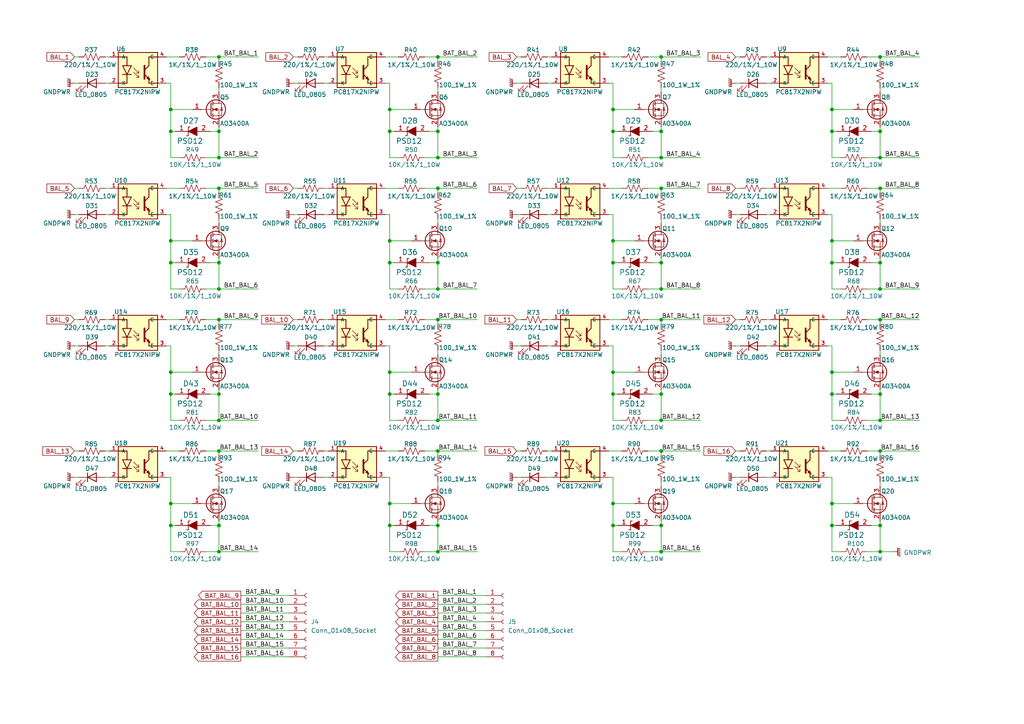
<source format=kicad_sch>
(kicad_sch (version 20231120) (generator "eeschema") (generator_version "8.0")
  (paper "A4")
  (title_block (title "BALLANCE BATTERY") (date "2024-09-02"))
  (junction (at 63.5 130.81))
  (junction (at 177.8 76.2))
  (junction (at 191.77 121.92))
  (junction (at 255.27 38.1))
  (junction (at 241.3 38.1))
  (junction (at 63.5 160.02))
  (junction (at 241.3 107.95))
  (junction (at 113.03 152.4))
  (junction (at 177.8 152.4))
  (junction (at 49.53 76.2))
  (junction (at 191.77 54.61))
  (junction (at 191.77 45.72))
  (junction (at 127 92.71))
  (junction (at 255.27 130.81))
  (junction (at 191.77 130.81))
  (junction (at 241.3 152.4))
  (junction (at 255.27 92.71))
  (junction (at 255.27 114.3))
  (junction (at 127 121.92))
  (junction (at 177.8 69.85))
  (junction (at 49.53 146.05))
  (junction (at 113.03 31.75))
  (junction (at 127 16.51))
  (junction (at 255.27 160.02))
  (junction (at 241.3 114.3))
  (junction (at 255.27 16.51))
  (junction (at 49.53 114.3))
  (junction (at 127 160.02))
  (junction (at 63.5 83.82))
  (junction (at 177.8 114.3))
  (junction (at 255.27 121.92))
  (junction (at 63.5 16.51))
  (junction (at 113.03 146.05))
  (junction (at 49.53 38.1))
  (junction (at 127 45.72))
  (junction (at 191.77 114.3))
  (junction (at 49.53 69.85))
  (junction (at 177.8 146.05))
  (junction (at 113.03 69.85))
  (junction (at 113.03 107.95))
  (junction (at 113.03 114.3))
  (junction (at 63.5 121.92))
  (junction (at 191.77 92.71))
  (junction (at 241.3 69.85))
  (junction (at 255.27 152.4))
  (junction (at 177.8 31.75))
  (junction (at 191.77 16.51))
  (junction (at 241.3 76.2))
  (junction (at 127 54.61))
  (junction (at 63.5 114.3))
  (junction (at 113.03 38.1))
  (junction (at 113.03 76.2))
  (junction (at 63.5 45.72))
  (junction (at 49.53 31.75))
  (junction (at 127 76.2))
  (junction (at 255.27 76.2))
  (junction (at 49.53 107.95))
  (junction (at 191.77 83.82))
  (junction (at 191.77 76.2))
  (junction (at 127 38.1))
  (junction (at 191.77 152.4))
  (junction (at 255.27 45.72))
  (junction (at 63.5 152.4))
  (junction (at 191.77 38.1))
  (junction (at 127 152.4))
  (junction (at 127 114.3))
  (junction (at 49.53 152.4))
  (junction (at 177.8 38.1))
  (junction (at 63.5 54.61))
  (junction (at 241.3 146.05))
  (junction (at 127 130.81))
  (junction (at 177.8 107.95))
  (junction (at 63.5 38.1))
  (junction (at 241.3 31.75))
  (junction (at 63.5 92.71))
  (junction (at 127 83.82))
  (junction (at 255.27 83.82))
  (junction (at 191.77 160.02))
  (junction (at 63.5 76.2))
  (junction (at 255.27 54.61))
  (wire (pts (xy 49.53 38.1) (xy 49.53 45.72)))
  (wire (pts (xy 191.77 152.4) (xy 191.77 160.02)))
  (wire (pts (xy 177.8 114.3) (xy 179.07 114.3)))
  (wire (pts (xy 123.19 121.92) (xy 127 121.92)))
  (wire (pts (xy 113.03 69.85) (xy 119.38 69.85)))
  (wire (pts (xy 149.86 24.13) (xy 151.13 24.13)))
  (wire (pts (xy 177.8 31.75) (xy 184.15 31.75)))
  (wire (pts (xy 241.3 69.85) (xy 247.65 69.85)))
  (wire (pts (xy 243.84 160.02) (xy 241.3 160.02)))
  (wire (pts (xy 255.27 76.2) (xy 255.27 83.82)))
  (wire (pts (xy 177.8 76.2) (xy 179.07 76.2)))
  (wire (pts (xy 127 152.4) (xy 127 160.02)))
  (wire (pts (xy 49.53 38.1) (xy 49.53 31.75)))
  (wire (pts (xy 111.76 24.13) (xy 113.03 24.13)))
  (wire (pts (xy 241.3 76.2) (xy 241.3 69.85)))
  (wire (pts (xy 255.27 16.51) (xy 255.27 17.78)))
  (wire (pts (xy 158.75 24.13) (xy 160.02 24.13)))
  (wire (pts (xy 113.03 107.95) (xy 119.38 107.95)))
  (wire (pts (xy 113.03 114.3) (xy 114.3 114.3)))
  (wire (pts (xy 48.26 130.81) (xy 52.07 130.81)))
  (wire (pts (xy 93.98 100.33) (xy 95.25 100.33)))
  (wire (pts (xy 180.34 121.92) (xy 177.8 121.92)))
  (wire (pts (xy 158.75 138.43) (xy 160.02 138.43)))
  (wire (pts (xy 49.53 138.43) (xy 49.53 146.05)))
  (wire (pts (xy 63.5 130.81) (xy 63.5 132.08)))
  (wire (pts (xy 255.27 114.3) (xy 255.27 121.92)))
  (wire (pts (xy 177.8 62.23) (xy 177.8 69.85)))
  (wire (pts (xy 49.53 114.3) (xy 50.8 114.3)))
  (wire (pts (xy 177.8 76.2) (xy 177.8 83.82)))
  (wire (pts (xy 240.03 24.13) (xy 241.3 24.13)))
  (wire (pts (xy 176.53 24.13) (xy 177.8 24.13)))
  (wire (pts (xy 113.03 76.2) (xy 113.03 83.82)))
  (wire (pts (xy 63.5 38.1) (xy 63.5 36.83)))
  (wire (pts (xy 255.27 54.61) (xy 255.27 55.88)))
  (wire (pts (xy 111.76 54.61) (xy 115.57 54.61)))
  (wire (pts (xy 177.8 107.95) (xy 184.15 107.95)))
  (wire (pts (xy 63.5 114.3) (xy 63.5 121.92)))
  (wire (pts (xy 49.53 24.13) (xy 49.53 31.75)))
  (wire (pts (xy 49.53 76.2) (xy 49.53 69.85)))
  (wire (pts (xy 63.5 25.4) (xy 63.5 26.67)))
  (wire (pts (xy 251.46 16.51) (xy 255.27 16.51)))
  (wire (pts (xy 240.03 54.61) (xy 243.84 54.61)))
  (wire (pts (xy 63.5 114.3) (xy 63.5 113.03)))
  (wire (pts (xy 187.96 121.92) (xy 191.77 121.92)))
  (wire (pts (xy 124.46 76.2) (xy 127 76.2)))
  (wire (pts (xy 63.5 160.02) (xy 74.93 160.02)))
  (wire (pts (xy 52.07 160.02) (xy 49.53 160.02)))
  (wire (pts (xy 63.5 76.2) (xy 63.5 83.82)))
  (wire (pts (xy 191.77 160.02) (xy 203.2 160.02)))
  (wire (pts (xy 127 121.92) (xy 138.43 121.92)))
  (wire (pts (xy 49.53 152.4) (xy 50.8 152.4)))
  (wire (pts (xy 255.27 76.2) (xy 255.27 74.93)))
  (wire (pts (xy 252.73 152.4) (xy 255.27 152.4)))
  (wire (pts (xy 191.77 38.1) (xy 191.77 45.72)))
  (wire (pts (xy 30.48 138.43) (xy 31.75 138.43)))
  (wire (pts (xy 255.27 152.4) (xy 255.27 151.13)))
  (wire (pts (xy 63.5 130.81) (xy 74.93 130.81)))
  (wire (pts (xy 180.34 83.82) (xy 177.8 83.82)))
  (wire (pts (xy 251.46 92.71) (xy 255.27 92.71)))
  (wire (pts (xy 49.53 69.85) (xy 55.88 69.85)))
  (wire (pts (xy 127 139.7) (xy 127 140.97)))
  (wire (pts (xy 123.19 16.51) (xy 127 16.51)))
  (wire (pts (xy 158.75 92.71) (xy 160.02 92.71)))
  (wire (pts (xy 177.8 152.4) (xy 179.07 152.4)))
  (wire (pts (xy 127 187.96) (xy 140.97 187.96)))
  (wire (pts (xy 127 152.4) (xy 127 151.13)))
  (wire (pts (xy 69.85 187.96) (xy 83.82 187.96)))
  (wire (pts (xy 255.27 16.51) (xy 266.7 16.51)))
  (wire (pts (xy 241.3 38.1) (xy 241.3 31.75)))
  (wire (pts (xy 127 101.6) (xy 127 102.87)))
  (wire (pts (xy 176.53 100.33) (xy 177.8 100.33)))
  (wire (pts (xy 113.03 76.2) (xy 113.03 69.85)))
  (wire (pts (xy 149.86 130.81) (xy 151.13 130.81)))
  (wire (pts (xy 189.23 152.4) (xy 191.77 152.4)))
  (wire (pts (xy 63.5 16.51) (xy 74.93 16.51)))
  (wire (pts (xy 149.86 100.33) (xy 151.13 100.33)))
  (wire (pts (xy 85.09 138.43) (xy 86.36 138.43)))
  (wire (pts (xy 127 130.81) (xy 127 132.08)))
  (wire (pts (xy 85.09 130.81) (xy 86.36 130.81)))
  (wire (pts (xy 60.96 114.3) (xy 63.5 114.3)))
  (wire (pts (xy 49.53 76.2) (xy 49.53 83.82)))
  (wire (pts (xy 111.76 138.43) (xy 113.03 138.43)))
  (wire (pts (xy 251.46 83.82) (xy 255.27 83.82)))
  (wire (pts (xy 85.09 16.51) (xy 86.36 16.51)))
  (wire (pts (xy 251.46 121.92) (xy 255.27 121.92)))
  (wire (pts (xy 113.03 38.1) (xy 113.03 45.72)))
  (wire (pts (xy 127 175.26) (xy 140.97 175.26)))
  (wire (pts (xy 69.85 190.5) (xy 83.82 190.5)))
  (wire (pts (xy 30.48 24.13) (xy 31.75 24.13)))
  (wire (pts (xy 158.75 130.81) (xy 160.02 130.81)))
  (wire (pts (xy 191.77 54.61) (xy 203.2 54.61)))
  (wire (pts (xy 63.5 54.61) (xy 63.5 55.88)))
  (wire (pts (xy 49.53 152.4) (xy 49.53 160.02)))
  (wire (pts (xy 21.59 92.71) (xy 22.86 92.71)))
  (wire (pts (xy 127 54.61) (xy 127 55.88)))
  (wire (pts (xy 113.03 146.05) (xy 119.38 146.05)))
  (wire (pts (xy 191.77 121.92) (xy 203.2 121.92)))
  (wire (pts (xy 111.76 92.71) (xy 115.57 92.71)))
  (wire (pts (xy 113.03 38.1) (xy 114.3 38.1)))
  (wire (pts (xy 85.09 62.23) (xy 86.36 62.23)))
  (wire (pts (xy 255.27 25.4) (xy 255.27 26.67)))
  (wire (pts (xy 176.53 54.61) (xy 180.34 54.61)))
  (wire (pts (xy 49.53 107.95) (xy 55.88 107.95)))
  (wire (pts (xy 189.23 76.2) (xy 191.77 76.2)))
  (wire (pts (xy 48.26 54.61) (xy 52.07 54.61)))
  (wire (pts (xy 243.84 121.92) (xy 241.3 121.92)))
  (wire (pts (xy 93.98 16.51) (xy 95.25 16.51)))
  (wire (pts (xy 187.96 160.02) (xy 191.77 160.02)))
  (wire (pts (xy 255.27 130.81) (xy 255.27 132.08)))
  (wire (pts (xy 255.27 45.72) (xy 266.7 45.72)))
  (wire (pts (xy 123.19 130.81) (xy 127 130.81)))
  (wire (pts (xy 176.53 92.71) (xy 180.34 92.71)))
  (wire (pts (xy 111.76 130.81) (xy 115.57 130.81)))
  (wire (pts (xy 127 114.3) (xy 127 121.92)))
  (wire (pts (xy 176.53 62.23) (xy 177.8 62.23)))
  (wire (pts (xy 59.69 92.71) (xy 63.5 92.71)))
  (wire (pts (xy 115.57 83.82) (xy 113.03 83.82)))
  (wire (pts (xy 115.57 160.02) (xy 113.03 160.02)))
  (wire (pts (xy 52.07 121.92) (xy 49.53 121.92)))
  (wire (pts (xy 255.27 160.02) (xy 259.08 160.02)))
  (wire (pts (xy 49.53 146.05) (xy 55.88 146.05)))
  (wire (pts (xy 149.86 16.51) (xy 151.13 16.51)))
  (wire (pts (xy 63.5 152.4) (xy 63.5 160.02)))
  (wire (pts (xy 191.77 101.6) (xy 191.77 102.87)))
  (wire (pts (xy 177.8 38.1) (xy 177.8 45.72)))
  (wire (pts (xy 241.3 152.4) (xy 241.3 160.02)))
  (wire (pts (xy 113.03 100.33) (xy 113.03 107.95)))
  (wire (pts (xy 52.07 83.82) (xy 49.53 83.82)))
  (wire (pts (xy 123.19 54.61) (xy 127 54.61)))
  (wire (pts (xy 241.3 100.33) (xy 241.3 107.95)))
  (wire (pts (xy 21.59 62.23) (xy 22.86 62.23)))
  (wire (pts (xy 21.59 100.33) (xy 22.86 100.33)))
  (wire (pts (xy 222.25 138.43) (xy 223.52 138.43)))
  (wire (pts (xy 191.77 25.4) (xy 191.77 26.67)))
  (wire (pts (xy 241.3 31.75) (xy 247.65 31.75)))
  (wire (pts (xy 113.03 31.75) (xy 119.38 31.75)))
  (wire (pts (xy 21.59 54.61) (xy 22.86 54.61)))
  (wire (pts (xy 241.3 76.2) (xy 241.3 83.82)))
  (wire (pts (xy 177.8 38.1) (xy 179.07 38.1)))
  (wire (pts (xy 30.48 62.23) (xy 31.75 62.23)))
  (wire (pts (xy 60.96 76.2) (xy 63.5 76.2)))
  (wire (pts (xy 124.46 38.1) (xy 127 38.1)))
  (wire (pts (xy 191.77 139.7) (xy 191.77 140.97)))
  (wire (pts (xy 240.03 130.81) (xy 243.84 130.81)))
  (wire (pts (xy 63.5 83.82) (xy 74.93 83.82)))
  (wire (pts (xy 241.3 114.3) (xy 242.57 114.3)))
  (wire (pts (xy 222.25 130.81) (xy 223.52 130.81)))
  (wire (pts (xy 191.77 45.72) (xy 203.2 45.72)))
  (wire (pts (xy 241.3 24.13) (xy 241.3 31.75)))
  (wire (pts (xy 63.5 16.51) (xy 63.5 17.78)))
  (wire (pts (xy 127 92.71) (xy 127 93.98)))
  (wire (pts (xy 63.5 63.5) (xy 63.5 64.77)))
  (wire (pts (xy 187.96 16.51) (xy 191.77 16.51)))
  (wire (pts (xy 158.75 62.23) (xy 160.02 62.23)))
  (wire (pts (xy 85.09 92.71) (xy 86.36 92.71)))
  (wire (pts (xy 48.26 16.51) (xy 52.07 16.51)))
  (wire (pts (xy 48.26 24.13) (xy 49.53 24.13)))
  (wire (pts (xy 127 16.51) (xy 127 17.78)))
  (wire (pts (xy 113.03 62.23) (xy 113.03 69.85)))
  (wire (pts (xy 30.48 100.33) (xy 31.75 100.33)))
  (wire (pts (xy 187.96 54.61) (xy 191.77 54.61)))
  (wire (pts (xy 127 114.3) (xy 127 113.03)))
  (wire (pts (xy 127 92.71) (xy 138.43 92.71)))
  (wire (pts (xy 69.85 185.42) (xy 83.82 185.42)))
  (wire (pts (xy 52.07 45.72) (xy 49.53 45.72)))
  (wire (pts (xy 85.09 24.13) (xy 86.36 24.13)))
  (wire (pts (xy 191.77 114.3) (xy 191.77 113.03)))
  (wire (pts (xy 49.53 31.75) (xy 55.88 31.75)))
  (wire (pts (xy 124.46 152.4) (xy 127 152.4)))
  (wire (pts (xy 93.98 62.23) (xy 95.25 62.23)))
  (wire (pts (xy 240.03 16.51) (xy 243.84 16.51)))
  (wire (pts (xy 111.76 62.23) (xy 113.03 62.23)))
  (wire (pts (xy 213.36 138.43) (xy 214.63 138.43)))
  (wire (pts (xy 187.96 45.72) (xy 191.77 45.72)))
  (wire (pts (xy 113.03 76.2) (xy 114.3 76.2)))
  (wire (pts (xy 222.25 100.33) (xy 223.52 100.33)))
  (wire (pts (xy 49.53 38.1) (xy 50.8 38.1)))
  (wire (pts (xy 180.34 45.72) (xy 177.8 45.72)))
  (wire (pts (xy 49.53 62.23) (xy 49.53 69.85)))
  (wire (pts (xy 158.75 16.51) (xy 160.02 16.51)))
  (wire (pts (xy 222.25 92.71) (xy 223.52 92.71)))
  (wire (pts (xy 158.75 54.61) (xy 160.02 54.61)))
  (wire (pts (xy 255.27 54.61) (xy 266.7 54.61)))
  (wire (pts (xy 255.27 101.6) (xy 255.27 102.87)))
  (wire (pts (xy 240.03 92.71) (xy 243.84 92.71)))
  (wire (pts (xy 176.53 138.43) (xy 177.8 138.43)))
  (wire (pts (xy 60.96 152.4) (xy 63.5 152.4)))
  (wire (pts (xy 127 16.51) (xy 138.43 16.51)))
  (wire (pts (xy 21.59 24.13) (xy 22.86 24.13)))
  (wire (pts (xy 63.5 54.61) (xy 74.93 54.61)))
  (wire (pts (xy 149.86 92.71) (xy 151.13 92.71)))
  (wire (pts (xy 240.03 138.43) (xy 241.3 138.43)))
  (wire (pts (xy 191.77 92.71) (xy 191.77 93.98)))
  (wire (pts (xy 63.5 92.71) (xy 63.5 93.98)))
  (wire (pts (xy 49.53 76.2) (xy 50.8 76.2)))
  (wire (pts (xy 177.8 76.2) (xy 177.8 69.85)))
  (wire (pts (xy 60.96 38.1) (xy 63.5 38.1)))
  (wire (pts (xy 241.3 114.3) (xy 241.3 121.92)))
  (wire (pts (xy 191.77 76.2) (xy 191.77 83.82)))
  (wire (pts (xy 59.69 54.61) (xy 63.5 54.61)))
  (wire (pts (xy 187.96 92.71) (xy 191.77 92.71)))
  (wire (pts (xy 177.8 146.05) (xy 184.15 146.05)))
  (wire (pts (xy 69.85 175.26) (xy 83.82 175.26)))
  (wire (pts (xy 69.85 182.88) (xy 83.82 182.88)))
  (wire (pts (xy 69.85 172.72) (xy 83.82 172.72)))
  (wire (pts (xy 149.86 54.61) (xy 151.13 54.61)))
  (wire (pts (xy 21.59 130.81) (xy 22.86 130.81)))
  (wire (pts (xy 243.84 45.72) (xy 241.3 45.72)))
  (wire (pts (xy 113.03 152.4) (xy 113.03 160.02)))
  (wire (pts (xy 240.03 100.33) (xy 241.3 100.33)))
  (wire (pts (xy 149.86 62.23) (xy 151.13 62.23)))
  (wire (pts (xy 93.98 92.71) (xy 95.25 92.71)))
  (wire (pts (xy 191.77 16.51) (xy 203.2 16.51)))
  (wire (pts (xy 63.5 121.92) (xy 74.93 121.92)))
  (wire (pts (xy 123.19 45.72) (xy 127 45.72)))
  (wire (pts (xy 111.76 100.33) (xy 113.03 100.33)))
  (wire (pts (xy 48.26 100.33) (xy 49.53 100.33)))
  (wire (pts (xy 241.3 146.05) (xy 247.65 146.05)))
  (wire (pts (xy 127 38.1) (xy 127 45.72)))
  (wire (pts (xy 213.36 92.71) (xy 214.63 92.71)))
  (wire (pts (xy 59.69 83.82) (xy 63.5 83.82)))
  (wire (pts (xy 191.77 76.2) (xy 191.77 74.93)))
  (wire (pts (xy 127 160.02) (xy 138.43 160.02)))
  (wire (pts (xy 241.3 152.4) (xy 242.57 152.4)))
  (wire (pts (xy 113.03 114.3) (xy 113.03 107.95)))
  (wire (pts (xy 63.5 92.71) (xy 74.93 92.71)))
  (wire (pts (xy 21.59 138.43) (xy 22.86 138.43)))
  (wire (pts (xy 124.46 114.3) (xy 127 114.3)))
  (wire (pts (xy 255.27 38.1) (xy 255.27 45.72)))
  (wire (pts (xy 251.46 45.72) (xy 255.27 45.72)))
  (wire (pts (xy 115.57 45.72) (xy 113.03 45.72)))
  (wire (pts (xy 69.85 180.34) (xy 83.82 180.34)))
  (wire (pts (xy 113.03 152.4) (xy 113.03 146.05)))
  (wire (pts (xy 127 190.5) (xy 140.97 190.5)))
  (wire (pts (xy 127 63.5) (xy 127 64.77)))
  (wire (pts (xy 213.36 62.23) (xy 214.63 62.23)))
  (wire (pts (xy 63.5 76.2) (xy 63.5 74.93)))
  (wire (pts (xy 191.77 114.3) (xy 191.77 121.92)))
  (wire (pts (xy 113.03 114.3) (xy 113.03 121.92)))
  (wire (pts (xy 177.8 24.13) (xy 177.8 31.75)))
  (wire (pts (xy 187.96 83.82) (xy 191.77 83.82)))
  (wire (pts (xy 49.53 100.33) (xy 49.53 107.95)))
  (wire (pts (xy 191.77 63.5) (xy 191.77 64.77)))
  (wire (pts (xy 111.76 16.51) (xy 115.57 16.51)))
  (wire (pts (xy 191.77 152.4) (xy 191.77 151.13)))
  (wire (pts (xy 127 130.81) (xy 138.43 130.81)))
  (wire (pts (xy 191.77 92.71) (xy 203.2 92.71)))
  (wire (pts (xy 213.36 130.81) (xy 214.63 130.81)))
  (wire (pts (xy 113.03 138.43) (xy 113.03 146.05)))
  (wire (pts (xy 30.48 54.61) (xy 31.75 54.61)))
  (wire (pts (xy 177.8 100.33) (xy 177.8 107.95)))
  (wire (pts (xy 189.23 114.3) (xy 191.77 114.3)))
  (wire (pts (xy 222.25 24.13) (xy 223.52 24.13)))
  (wire (pts (xy 30.48 92.71) (xy 31.75 92.71)))
  (wire (pts (xy 241.3 138.43) (xy 241.3 146.05)))
  (wire (pts (xy 93.98 54.61) (xy 95.25 54.61)))
  (wire (pts (xy 191.77 130.81) (xy 203.2 130.81)))
  (wire (pts (xy 243.84 83.82) (xy 241.3 83.82)))
  (wire (pts (xy 127 54.61) (xy 138.43 54.61)))
  (wire (pts (xy 251.46 160.02) (xy 255.27 160.02)))
  (wire (pts (xy 93.98 138.43) (xy 95.25 138.43)))
  (wire (pts (xy 255.27 83.82) (xy 266.7 83.82)))
  (wire (pts (xy 127 177.8) (xy 140.97 177.8)))
  (wire (pts (xy 48.26 62.23) (xy 49.53 62.23)))
  (wire (pts (xy 30.48 130.81) (xy 31.75 130.81)))
  (wire (pts (xy 177.8 138.43) (xy 177.8 146.05)))
  (wire (pts (xy 127 180.34) (xy 140.97 180.34)))
  (wire (pts (xy 63.5 45.72) (xy 74.93 45.72)))
  (wire (pts (xy 59.69 121.92) (xy 63.5 121.92)))
  (wire (pts (xy 93.98 24.13) (xy 95.25 24.13)))
  (wire (pts (xy 252.73 76.2) (xy 255.27 76.2)))
  (wire (pts (xy 255.27 38.1) (xy 255.27 36.83)))
  (wire (pts (xy 63.5 139.7) (xy 63.5 140.97)))
  (wire (pts (xy 59.69 16.51) (xy 63.5 16.51)))
  (wire (pts (xy 127 76.2) (xy 127 83.82)))
  (wire (pts (xy 252.73 114.3) (xy 255.27 114.3)))
  (wire (pts (xy 213.36 24.13) (xy 214.63 24.13)))
  (wire (pts (xy 240.03 62.23) (xy 241.3 62.23)))
  (wire (pts (xy 69.85 177.8) (xy 83.82 177.8)))
  (wire (pts (xy 177.8 152.4) (xy 177.8 160.02)))
  (wire (pts (xy 251.46 130.81) (xy 255.27 130.81)))
  (wire (pts (xy 85.09 100.33) (xy 86.36 100.33)))
  (wire (pts (xy 59.69 160.02) (xy 63.5 160.02)))
  (wire (pts (xy 149.86 138.43) (xy 151.13 138.43)))
  (wire (pts (xy 255.27 92.71) (xy 255.27 93.98)))
  (wire (pts (xy 49.53 152.4) (xy 49.53 146.05)))
  (wire (pts (xy 115.57 121.92) (xy 113.03 121.92)))
  (wire (pts (xy 127 76.2) (xy 127 74.93)))
  (wire (pts (xy 177.8 69.85) (xy 184.15 69.85)))
  (wire (pts (xy 49.53 114.3) (xy 49.53 121.92)))
  (wire (pts (xy 127 38.1) (xy 127 36.83)))
  (wire (pts (xy 21.59 16.51) (xy 22.86 16.51)))
  (wire (pts (xy 59.69 45.72) (xy 63.5 45.72)))
  (wire (pts (xy 30.48 16.51) (xy 31.75 16.51)))
  (wire (pts (xy 123.19 160.02) (xy 127 160.02)))
  (wire (pts (xy 241.3 107.95) (xy 247.65 107.95)))
  (wire (pts (xy 158.75 100.33) (xy 160.02 100.33)))
  (wire (pts (xy 241.3 152.4) (xy 241.3 146.05)))
  (wire (pts (xy 123.19 92.71) (xy 127 92.71)))
  (wire (pts (xy 222.25 54.61) (xy 223.52 54.61)))
  (wire (pts (xy 177.8 38.1) (xy 177.8 31.75)))
  (wire (pts (xy 177.8 114.3) (xy 177.8 107.95)))
  (wire (pts (xy 191.77 38.1) (xy 191.77 36.83)))
  (wire (pts (xy 177.8 152.4) (xy 177.8 146.05)))
  (wire (pts (xy 127 83.82) (xy 138.43 83.82)))
  (wire (pts (xy 241.3 38.1) (xy 242.57 38.1)))
  (wire (pts (xy 191.77 16.51) (xy 191.77 17.78)))
  (wire (pts (xy 241.3 62.23) (xy 241.3 69.85)))
  (wire (pts (xy 113.03 24.13) (xy 113.03 31.75)))
  (wire (pts (xy 180.34 160.02) (xy 177.8 160.02)))
  (wire (pts (xy 255.27 63.5) (xy 255.27 64.77)))
  (wire (pts (xy 241.3 114.3) (xy 241.3 107.95)))
  (wire (pts (xy 127 172.72) (xy 140.97 172.72)))
  (wire (pts (xy 63.5 38.1) (xy 63.5 45.72)))
  (wire (pts (xy 251.46 54.61) (xy 255.27 54.61)))
  (wire (pts (xy 222.25 16.51) (xy 223.52 16.51)))
  (wire (pts (xy 255.27 152.4) (xy 255.27 160.02)))
  (wire (pts (xy 241.3 76.2) (xy 242.57 76.2)))
  (wire (pts (xy 48.26 92.71) (xy 52.07 92.71)))
  (wire (pts (xy 127 45.72) (xy 138.43 45.72)))
  (wire (pts (xy 93.98 130.81) (xy 95.25 130.81)))
  (wire (pts (xy 176.53 16.51) (xy 180.34 16.51)))
  (wire (pts (xy 255.27 121.92) (xy 266.7 121.92)))
  (wire (pts (xy 191.77 130.81) (xy 191.77 132.08)))
  (wire (pts (xy 255.27 92.71) (xy 266.7 92.71)))
  (wire (pts (xy 213.36 16.51) (xy 214.63 16.51)))
  (wire (pts (xy 255.27 114.3) (xy 255.27 113.03)))
  (wire (pts (xy 222.25 62.23) (xy 223.52 62.23)))
  (wire (pts (xy 213.36 54.61) (xy 214.63 54.61)))
  (wire (pts (xy 113.03 152.4) (xy 114.3 152.4)))
  (wire (pts (xy 241.3 38.1) (xy 241.3 45.72)))
  (wire (pts (xy 176.53 130.81) (xy 180.34 130.81)))
  (wire (pts (xy 191.77 54.61) (xy 191.77 55.88)))
  (wire (pts (xy 59.69 130.81) (xy 63.5 130.81)))
  (wire (pts (xy 127 185.42) (xy 140.97 185.42)))
  (wire (pts (xy 123.19 83.82) (xy 127 83.82)))
  (wire (pts (xy 63.5 152.4) (xy 63.5 151.13)))
  (wire (pts (xy 63.5 101.6) (xy 63.5 102.87)))
  (wire (pts (xy 255.27 139.7) (xy 255.27 140.97)))
  (wire (pts (xy 252.73 38.1) (xy 255.27 38.1)))
  (wire (pts (xy 48.26 138.43) (xy 49.53 138.43)))
  (wire (pts (xy 255.27 130.81) (xy 266.7 130.81)))
  (wire (pts (xy 177.8 114.3) (xy 177.8 121.92)))
  (wire (pts (xy 113.03 38.1) (xy 113.03 31.75)))
  (wire (pts (xy 127 25.4) (xy 127 26.67)))
  (wire (pts (xy 189.23 38.1) (xy 191.77 38.1)))
  (wire (pts (xy 85.09 54.61) (xy 86.36 54.61)))
  (wire (pts (xy 49.53 114.3) (xy 49.53 107.95)))
  (wire (pts (xy 191.77 83.82) (xy 203.2 83.82)))
  (wire (pts (xy 187.96 130.81) (xy 191.77 130.81)))
  (wire (pts (xy 213.36 100.33) (xy 214.63 100.33)))
  (wire (pts (xy 127 182.88) (xy 140.97 182.88)))
  (label "BAT_BAL_11" (at 71.12 177.8 0))
  (label "BAT_BAL_2" (at 128.27 175.26 0))
  (label "BAT_BAL_2" (at 138.43 16.51 180))
  (label "BAT_BAL_1" (at 128.27 172.72 0))
  (label "BAT_BAL_9" (at 71.12 172.72 0))
  (label "BAT_BAL_16" (at 266.7 130.81 180))
  (label "BAT_BAL_12" (at 203.2 121.92 180))
  (label "BAT_BAL_8" (at 266.7 54.61 180))
  (label "BAT_BAL_6" (at 128.27 185.42 0))
  (label "BAT_BAL_3" (at 203.2 16.51 180))
  (label "BAT_BAL_10" (at 71.12 175.26 0))
  (label "BAT_BAL_15" (at 203.2 130.81 180))
  (label "BAT_BAL_16" (at 203.2 160.02 180))
  (label "BAT_BAL_14" (at 74.93 160.02 180))
  (label "BAT_BAL_16" (at 71.12 190.5 0))
  (label "BAT_BAL_7" (at 203.2 54.61 180))
  (label "BAT_BAL_11" (at 203.2 92.71 180))
  (label "BAT_BAL_6" (at 74.93 83.82 180))
  (label "BAT_BAL_4" (at 203.2 45.72 180))
  (label "BAT_BAL_7" (at 128.27 187.96 0))
  (label "BAT_BAL_8" (at 128.27 190.5 0))
  (label "BAT_BAL_5" (at 74.93 54.61 180))
  (label "BAT_BAL_15" (at 138.43 160.02 180))
  (label "BAT_BAL_12" (at 266.7 92.71 180))
  (label "BAT_BAL_13" (at 266.7 121.92 180))
  (label "BAT_BAL_7" (at 138.43 83.82 180))
  (label "BAT_BAL_8" (at 203.2 83.82 180))
  (label "BAT_BAL_1" (at 74.93 16.51 180))
  (label "BAT_BAL_6" (at 138.43 54.61 180))
  (label "BAT_BAL_14" (at 71.12 185.42 0))
  (label "BAT_BAL_12" (at 71.12 180.34 0))
  (label "BAT_BAL_2" (at 74.93 45.72 180))
  (label "BAT_BAL_3" (at 138.43 45.72 180))
  (label "BAT_BAL_14" (at 138.43 130.81 180))
  (label "BAT_BAL_9" (at 266.7 83.82 180))
  (label "BAT_BAL_13" (at 74.93 130.81 180))
  (label "BAT_BAL_9" (at 74.93 92.71 180))
  (label "BAT_BAL_5" (at 266.7 45.72 180))
  (label "BAT_BAL_4" (at 266.7 16.51 180))
  (label "BAT_BAL_4" (at 128.27 180.34 0))
  (label "BAT_BAL_13" (at 71.12 182.88 0))
  (label "BAT_BAL_15" (at 71.12 187.96 0))
  (label "BAT_BAL_10" (at 74.93 121.92 180))
  (label "BAT_BAL_5" (at 128.27 182.88 0))
  (label "BAT_BAL_11" (at 138.43 121.92 180))
  (label "BAT_BAL_10" (at 138.43 92.71 180))
  (label "BAT_BAL_3" (at 128.27 177.8 0))
  (global_label "BAL_9" (shape input) (at 21.59 92.71 180) (property "Intersheetrefs" "${INTERSHEET_REFS}" (effects (hide yes))))
  (global_label "BAT_BAL_7" (shape output) (at 127 187.96 180) (property "Intersheetrefs" "${INTERSHEET_REFS}" (effects (hide yes))))
  (global_label "BAL_15" (shape input) (at 149.86 130.81 180) (property "Intersheetrefs" "${INTERSHEET_REFS}" (effects (hide yes))))
  (global_label "BAL_5" (shape input) (at 21.59 54.61 180) (property "Intersheetrefs" "${INTERSHEET_REFS}" (effects (hide yes))))
  (global_label "BAL_14" (shape input) (at 85.09 130.81 180) (property "Intersheetrefs" "${INTERSHEET_REFS}" (effects (hide yes))))
  (global_label "BAT_BAL_9" (shape output) (at 69.85 172.72 180) (property "Intersheetrefs" "${INTERSHEET_REFS}" (effects (hide yes))))
  (global_label "BAL_12" (shape input) (at 213.36 92.71 180) (property "Intersheetrefs" "${INTERSHEET_REFS}" (effects (hide yes))))
  (global_label "BAT_BAL_5" (shape output) (at 127 182.88 180) (property "Intersheetrefs" "${INTERSHEET_REFS}" (effects (hide yes))))
  (global_label "BAL_6" (shape input) (at 85.09 54.61 180) (property "Intersheetrefs" "${INTERSHEET_REFS}" (effects (hide yes))))
  (global_label "BAT_BAL_16" (shape output) (at 69.85 190.5 180) (property "Intersheetrefs" "${INTERSHEET_REFS}" (effects (hide yes))))
  (global_label "BAL_4" (shape input) (at 213.36 16.51 180) (property "Intersheetrefs" "${INTERSHEET_REFS}" (effects (hide yes))))
  (global_label "BAL_13" (shape input) (at 21.59 130.81 180) (property "Intersheetrefs" "${INTERSHEET_REFS}" (effects (hide yes))))
  (global_label "BAL_8" (shape input) (at 213.36 54.61 180) (property "Intersheetrefs" "${INTERSHEET_REFS}" (effects (hide yes))))
  (global_label "BAT_BAL_10" (shape output) (at 69.85 175.26 180) (property "Intersheetrefs" "${INTERSHEET_REFS}" (effects (hide yes))))
  (global_label "BAL_10" (shape input) (at 85.09 92.71 180) (property "Intersheetrefs" "${INTERSHEET_REFS}" (effects (hide yes))))
  (global_label "BAT_BAL_13" (shape output) (at 69.85 182.88 180) (property "Intersheetrefs" "${INTERSHEET_REFS}" (effects (hide yes))))
  (global_label "BAL_1" (shape input) (at 21.59 16.51 180) (property "Intersheetrefs" "${INTERSHEET_REFS}" (effects (hide yes))))
  (global_label "BAT_BAL_6" (shape output) (at 127 185.42 180) (property "Intersheetrefs" "${INTERSHEET_REFS}" (effects (hide yes))))
  (global_label "BAT_BAL_1" (shape output) (at 127 172.72 180) (property "Intersheetrefs" "${INTERSHEET_REFS}" (effects (hide yes))))
  (global_label "BAL_11" (shape input) (at 149.86 92.71 180) (property "Intersheetrefs" "${INTERSHEET_REFS}" (effects (hide yes))))
  (global_label "BAT_BAL_8" (shape output) (at 127 190.5 180) (property "Intersheetrefs" "${INTERSHEET_REFS}" (effects (hide yes))))
  (global_label "BAT_BAL_3" (shape output) (at 127 177.8 180) (property "Intersheetrefs" "${INTERSHEET_REFS}" (effects (hide yes))))
  (global_label "BAT_BAL_12" (shape output) (at 69.85 180.34 180) (property "Intersheetrefs" "${INTERSHEET_REFS}" (effects (hide yes))))
  (global_label "BAT_BAL_15" (shape output) (at 69.85 187.96 180) (property "Intersheetrefs" "${INTERSHEET_REFS}" (effects (hide yes))))
  (global_label "BAT_BAL_14" (shape output) (at 69.85 185.42 180) (property "Intersheetrefs" "${INTERSHEET_REFS}" (effects (hide yes))))
  (global_label "BAL_3" (shape input) (at 149.86 16.51 180) (property "Intersheetrefs" "${INTERSHEET_REFS}" (effects (hide yes))))
  (global_label "BAT_BAL_4" (shape output) (at 127 180.34 180) (property "Intersheetrefs" "${INTERSHEET_REFS}" (effects (hide yes))))
  (global_label "BAL_16" (shape input) (at 213.36 130.81 180) (property "Intersheetrefs" "${INTERSHEET_REFS}" (effects (hide yes))))
  (global_label "BAT_BAL_11" (shape output) (at 69.85 177.8 180) (property "Intersheetrefs" "${INTERSHEET_REFS}" (effects (hide yes))))
  (global_label "BAL_7" (shape input) (at 149.86 54.61 180) (property "Intersheetrefs" "${INTERSHEET_REFS}" (effects (hide yes))))
  (global_label "BAT_BAL_2" (shape output) (at 127 175.26 180) (property "Intersheetrefs" "${INTERSHEET_REFS}" (effects (hide yes))))
  (global_label "BAL_2" (shape input) (at 85.09 16.51 180) (property "Intersheetrefs" "${INTERSHEET_REFS}" (effects (hide yes))))
  (symbol (lib_id "charge_battery_sym_lib:PSD12-LF-T7") (at 54.61 114.3 0) (unit 1)
    (property "Reference" "D43" (at 55.372 111.252 0) (effects (font (size 1.524 1.524))))
    (property "Value" "PSD12" (at 55.118 117.094 0) (effects (font (size 1.524 1.524))))
    (property "Footprint" "charge_battery_footprint_lib:SOD-323_PTD" (effects (hide yes)))
    (property "Datasheet" "https://www.lcsc.com/datasheet/lcsc_datasheet_2304140030_ProTek-Devices-PSD12C-LF-T7_C87031.pdf" (effects (hide yes)))
    (property "Description" "Package SOD323, Diode TVS, 50 pF, 29.5 V" (effects (hide yes)))
    (property "Supply name" "Thegioiic" (effects (hide yes)))
    (property "Supply part number" "PSD12C" (effects (hide yes)))
    (property "Supply URL" "https://www.thegioiic.com/psd12c" (effects (hide yes)))
  )
  (symbol (lib_id "charge_battery_sym_lib:AO3400A ") (at 55.88 107.95 0) (unit 1)
    (property "Reference" "Q13" (at 63.754 104.394 0) (effects (justify left)))
    (property "Value" "AO3400A" (at 63.754 112.014 0) (effects (justify left)))
    (property "Footprint" "charge_battery_footprint_lib:SOT23" (effects (hide yes)))
    (property "Datasheet" "https://www.thegioiic.com/upload/documents/c1ddefe334cfac872b3e8f706cc7ed5b.pdf" (effects (hide yes)))
    (property "Description" "N-Channel MOSFETs" (effects (hide yes)))
    (property "Supply name" "Thegioiic" (effects (hide yes)))
    (property "Supply part number" "AO3400A MOSFET Kênh N 30V 5.7A SOT-23-3" (effects (hide yes)))
    (property "Supply URL" "https://www.thegioiic.com/ao3400a-mosfet-kenh-n-30v-5-7a-sot-23-3" (effects (hide yes)))
  )
  (symbol (lib_id "charge_battery_sym_lib:Res_220_0603_1%") (at 22.86 92.71 0) (unit 1)
    (property "Reference" "R69" (at 26.416 90.678 0))
    (property "Value" "220/1%/1_10W" (at 26.162 94.996 0))
    (property "Footprint" "charge_battery_footprint_lib:Res_0603" (effects (hide yes)))
    (property "Description" "Res 220Ohm 0603 1%" (effects (hide yes)))
    (property "Supply name" "Thegioiic" (effects (hide yes)))
    (property "Supply part number" "Điện Trở 220 Ohm 0603 1%" (effects (hide yes)))
    (property "Supply URL" "https://www.thegioiic.com/dien-tro-220-ohm-0603-1-" (effects (hide yes)))
  )
  (symbol (lib_id "power:GNDPWR") (at 149.86 100.33 270) (unit 1)
    (property "Reference" "#PWR093" (effects (hide yes)))
    (property "Value" "GNDPWR" (at 148.844 102.87 90) (effects (justify right)))
    (property "Description" "Power symbol creates a global label with name \"GNDPWR\" , global ground" (effects (hide yes)))
  )
  (symbol (lib_id "power:GNDPWR") (at 21.59 138.43 270) (unit 1)
    (property "Reference" "#PWR095" (effects (hide yes)))
    (property "Value" "GNDPWR" (at 20.574 140.97 90) (effects (justify right)))
    (property "Description" "Power symbol creates a global label with name \"GNDPWR\" , global ground" (effects (hide yes)))
  )
  (symbol (lib_id "charge_battery_sym_lib:Res_220_0603_1%") (at 22.86 130.81 0) (unit 1)
    (property "Reference" "R85" (at 26.416 128.778 0))
    (property "Value" "220/1%/1_10W" (at 26.162 133.096 0))
    (property "Footprint" "charge_battery_footprint_lib:Res_0603" (effects (hide yes)))
    (property "Description" "Res 220Ohm 0603 1%" (effects (hide yes)))
    (property "Supply name" "Thegioiic" (effects (hide yes)))
    (property "Supply part number" "Điện Trở 220 Ohm 0603 1%" (effects (hide yes)))
    (property "Supply URL" "https://www.thegioiic.com/dien-tro-220-ohm-0603-1-" (effects (hide yes)))
  )
  (symbol (lib_id "charge_battery_sym_lib:AO3400A ") (at 184.15 107.95 0) (unit 1)
    (property "Reference" "Q15" (at 192.024 104.394 0) (effects (justify left)))
    (property "Value" "AO3400A" (at 192.024 112.014 0) (effects (justify left)))
    (property "Footprint" "charge_battery_footprint_lib:SOT23" (effects (hide yes)))
    (property "Datasheet" "https://www.thegioiic.com/upload/documents/c1ddefe334cfac872b3e8f706cc7ed5b.pdf" (effects (hide yes)))
    (property "Description" "N-Channel MOSFETs" (effects (hide yes)))
    (property "Supply name" "Thegioiic" (effects (hide yes)))
    (property "Supply part number" "AO3400A MOSFET Kênh N 30V 5.7A SOT-23-3" (effects (hide yes)))
    (property "Supply URL" "https://www.thegioiic.com/ao3400a-mosfet-kenh-n-30v-5-7a-sot-23-3" (effects (hide yes)))
  )
  (symbol (lib_id "charge_battery_sym_lib:Res_1K_0603_1%") (at 52.07 16.51 0) (unit 1)
    (property "Reference" "R38" (at 55.626 14.478 0))
    (property "Value" "1K/1%/1_10W" (at 55.88 18.796 0))
    (property "Footprint" "charge_battery_footprint_lib:Res_0603" (effects (hide yes)))
    (property "Datasheet" "https://fscdn.rohm.com/en/products/databook/datasheet/passive/resistor/chip_resistor/esr-e.pdf" (effects (hide yes)))
    (property "Description" "Res 1 KOhm 0603 1%" (effects (hide yes)))
    (property "Supply name" "Thegioiic" (effects (hide yes)))
    (property "Supply part number" "Điện Trở 1 KOhm 0603 1%" (effects (hide yes)))
    (property "Supply URL" "https://www.thegioiic.com/dien-tro-10-kohm-0603-1-" (effects (hide yes)))
  )
  (symbol (lib_id "charge_battery_sym_lib:Res_1K_0603_1%") (at 115.57 130.81 0) (unit 1)
    (property "Reference" "R88" (at 119.126 128.778 0))
    (property "Value" "1K/1%/1_10W" (at 119.38 133.096 0))
    (property "Footprint" "charge_battery_footprint_lib:Res_0603" (effects (hide yes)))
    (property "Datasheet" "https://fscdn.rohm.com/en/products/databook/datasheet/passive/resistor/chip_resistor/esr-e.pdf" (effects (hide yes)))
    (property "Description" "Res 1 KOhm 0603 1%" (effects (hide yes)))
    (property "Supply name" "Thegioiic" (effects (hide yes)))
    (property "Supply part number" "Điện Trở 1 KOhm 0603 1%" (effects (hide yes)))
    (property "Supply URL" "https://www.thegioiic.com/dien-tro-10-kohm-0603-1-" (effects (hide yes)))
  )
  (symbol (lib_id "charge_battery_sym_lib:Res_1K_0603_1%") (at 52.07 54.61 0) (unit 1)
    (property "Reference" "R54" (at 55.626 52.578 0))
    (property "Value" "1K/1%/1_10W" (at 55.88 56.896 0))
    (property "Footprint" "charge_battery_footprint_lib:Res_0603" (effects (hide yes)))
    (property "Datasheet" "https://fscdn.rohm.com/en/products/databook/datasheet/passive/resistor/chip_resistor/esr-e.pdf" (effects (hide yes)))
    (property "Description" "Res 1 KOhm 0603 1%" (effects (hide yes)))
    (property "Supply name" "Thegioiic" (effects (hide yes)))
    (property "Supply part number" "Điện Trở 1 KOhm 0603 1%" (effects (hide yes)))
    (property "Supply URL" "https://www.thegioiic.com/dien-tro-10-kohm-0603-1-" (effects (hide yes)))
  )
  (symbol (lib_id "charge_battery_sym_lib:Res_1K_0603_1%") (at 52.07 130.81 0) (unit 1)
    (property "Reference" "R86" (at 55.626 128.778 0))
    (property "Value" "1K/1%/1_10W" (at 55.88 133.096 0))
    (property "Footprint" "charge_battery_footprint_lib:Res_0603" (effects (hide yes)))
    (property "Datasheet" "https://fscdn.rohm.com/en/products/databook/datasheet/passive/resistor/chip_resistor/esr-e.pdf" (effects (hide yes)))
    (property "Description" "Res 1 KOhm 0603 1%" (effects (hide yes)))
    (property "Supply name" "Thegioiic" (effects (hide yes)))
    (property "Supply part number" "Điện Trở 1 KOhm 0603 1%" (effects (hide yes)))
    (property "Supply URL" "https://www.thegioiic.com/dien-tro-10-kohm-0603-1-" (effects (hide yes)))
  )
  (symbol (lib_id "charge_battery_sym_lib:PSD12-LF-T7") (at 246.38 38.1 0) (unit 1)
    (property "Reference" "D30" (at 247.142 35.052 0) (effects (font (size 1.524 1.524))))
    (property "Value" "PSD12" (at 246.888 40.894 0) (effects (font (size 1.524 1.524))))
    (property "Footprint" "charge_battery_footprint_lib:SOD-323_PTD" (effects (hide yes)))
    (property "Datasheet" "https://www.lcsc.com/datasheet/lcsc_datasheet_2304140030_ProTek-Devices-PSD12C-LF-T7_C87031.pdf" (effects (hide yes)))
    (property "Description" "Package SOD323, Diode TVS, 50 pF, 29.5 V" (effects (hide yes)))
    (property "Supply name" "Thegioiic" (effects (hide yes)))
    (property "Supply part number" "PSD12C" (effects (hide yes)))
    (property "Supply URL" "https://www.thegioiic.com/psd12c" (effects (hide yes)))
  )
  (symbol (lib_id "charge_battery_sym_lib:PC817X2NIPW") (at 162.56 63.5 0) (unit 1)
    (property "Reference" "U12" (at 163.322 52.324 0))
    (property "Value" "PC817X2NIPW" (at 168.148 64.77 0))
    (property "Footprint" "charge_battery_footprint_lib:PC817X2NIPW" (effects (hide yes)))
    (property "Datasheet" "https://datasheet.lcsc.com/lcsc/2203210916_Sharp-Microelectronics-PC817X2NIPW_C2840443.pdf" (effects (hide yes)))
    (property "Description" "Output: Transistor" (effects (hide yes)))
    (property "Supply name " "Thegioiic" (effects (hide yes)))
    (property "Supply part number" "PC817X2NIPW Optoisolator Transistor Output 5000Vrms 1 Channel, SOP-4" (effects (hide yes)))
    (property "Supply URL" "https://www.thegioiic.com/pc817x2nipw-optoisolator-transistor-output-5000vrms-1-channel-sop-4" (effects (hide yes)))
  )
  (symbol (lib_id "charge_battery_sym_lib:Res_220_0603_1%") (at 22.86 54.61 0) (unit 1)
    (property "Reference" "R53" (at 26.416 52.578 0))
    (property "Value" "220/1%/1_10W" (at 26.162 56.896 0))
    (property "Footprint" "charge_battery_footprint_lib:Res_0603" (effects (hide yes)))
    (property "Description" "Res 220Ohm 0603 1%" (effects (hide yes)))
    (property "Supply name" "Thegioiic" (effects (hide yes)))
    (property "Supply part number" "Điện Trở 220 Ohm 0603 1%" (effects (hide yes)))
    (property "Supply URL" "https://www.thegioiic.com/dien-tro-220-ohm-0603-1-" (effects (hide yes)))
  )
  (symbol (lib_id "charge_battery_sym_lib:AO3400A ") (at 119.38 31.75 0) (unit 1)
    (property "Reference" "Q6" (at 127.254 28.194 0) (effects (justify left)))
    (property "Value" "AO3400A" (at 127.254 35.814 0) (effects (justify left)))
    (property "Footprint" "charge_battery_footprint_lib:SOT23" (effects (hide yes)))
    (property "Datasheet" "https://www.thegioiic.com/upload/documents/c1ddefe334cfac872b3e8f706cc7ed5b.pdf" (effects (hide yes)))
    (property "Description" "N-Channel MOSFETs" (effects (hide yes)))
    (property "Supply name" "Thegioiic" (effects (hide yes)))
    (property "Supply part number" "AO3400A MOSFET Kênh N 30V 5.7A SOT-23-3" (effects (hide yes)))
    (property "Supply URL" "https://www.thegioiic.com/ao3400a-mosfet-kenh-n-30v-5-7a-sot-23-3" (effects (hide yes)))
  )
  (symbol (lib_id "Connector:Conn_01x08_Socket") (at 146.05 180.34 0) (unit 1)
    (property "Reference" "J5" (at 147.32 180.3399 0) (effects (justify left)))
    (property "Value" "Conn_01x08_Socket" (at 147.32 182.8799 0) (effects (justify left)))
    (property "Description" "Generic connector, single row, 01x08, script generated" (effects (hide yes)))
  )
  (symbol (lib_id "charge_battery_sym_lib:Res_10K_0603_1%") (at 123.19 121.92 180) (unit 1)
    (property "Reference" "R82" (at 117.348 119.634 0) (effects (justify right)))
    (property "Value" "10K/1%/1_10W" (at 112.522 123.952 0) (effects (justify right)))
    (property "Footprint" "charge_battery_footprint_lib:Res_0603" (effects (hide yes)))
    (property "Datasheet" "https://fscdn.rohm.com/en/products/databook/datasheet/passive/resistor/chip_resistor/esr-e.pdf" (effects (hide yes)))
    (property "Description" "Res 10 KOhm 0603 1%" (effects (hide yes)))
    (property "Supply name" "Thegioiic" (effects (hide yes)))
    (property "Supply part number" "Điện Trở 10 KOhm 0603 1%" (effects (hide yes)))
    (property "Supply URL" "https://www.thegioiic.com/dien-tro-10-kohm-0603-1-" (effects (hide yes)))
  )
  (symbol (lib_id "charge_battery_sym_lib:Res_1K_0603_1%") (at 115.57 92.71 0) (unit 1)
    (property "Reference" "R72" (at 119.126 90.678 0))
    (property "Value" "1K/1%/1_10W" (at 119.38 94.996 0))
    (property "Footprint" "charge_battery_footprint_lib:Res_0603" (effects (hide yes)))
    (property "Datasheet" "https://fscdn.rohm.com/en/products/databook/datasheet/passive/resistor/chip_resistor/esr-e.pdf" (effects (hide yes)))
    (property "Description" "Res 1 KOhm 0603 1%" (effects (hide yes)))
    (property "Supply name" "Thegioiic" (effects (hide yes)))
    (property "Supply part number" "Điện Trở 1 KOhm 0603 1%" (effects (hide yes)))
    (property "Supply URL" "https://www.thegioiic.com/dien-tro-10-kohm-0603-1-" (effects (hide yes)))
  )
  (symbol (lib_id "power:GNDPWR") (at 85.09 62.23 270) (unit 1)
    (property "Reference" "#PWR088" (effects (hide yes)))
    (property "Value" "GNDPWR" (at 84.074 64.77 90) (effects (justify right)))
    (property "Description" "Power symbol creates a global label with name \"GNDPWR\" , global ground" (effects (hide yes)))
  )
  (symbol (lib_id "charge_battery_sym_lib:PSD12-LF-T7") (at 182.88 114.3 0) (unit 1)
    (property "Reference" "D45" (at 183.642 111.252 0) (effects (font (size 1.524 1.524))))
    (property "Value" "PSD12" (at 183.388 117.094 0) (effects (font (size 1.524 1.524))))
    (property "Footprint" "charge_battery_footprint_lib:SOD-323_PTD" (effects (hide yes)))
    (property "Datasheet" "https://www.lcsc.com/datasheet/lcsc_datasheet_2304140030_ProTek-Devices-PSD12C-LF-T7_C87031.pdf" (effects (hide yes)))
    (property "Description" "Package SOD323, Diode TVS, 50 pF, 29.5 V" (effects (hide yes)))
    (property "Supply name" "Thegioiic" (effects (hide yes)))
    (property "Supply part number" "PSD12C" (effects (hide yes)))
    (property "Supply URL" "https://www.thegioiic.com/psd12c" (effects (hide yes)))
  )
  (symbol (lib_id "charge_battery_sym_lib:LED_0805") (at 218.44 138.43 0) (unit 1)
    (property "Reference" "D50" (at 218.44 135.89 0))
    (property "Value" "LED_0805" (at 218.186 141.732 0))
    (property "Footprint" "charge_battery_footprint_lib:LED_0805" (effects (hide yes)))
    (property "Description" "Light emitting diode" (effects (hide yes)))
    (property "Supply name" "Thegioiic" (effects (hide yes)))
    (property "Supply part number" "LED Xanh Lá 0805 Dán SMD Trong Suốt" (effects (hide yes)))
    (property "Supply URL" "https://www.thegioiic.com/led-xanh-la-0805-dan-smd-trong-suot" (effects (hide yes)))
  )
  (symbol (lib_id "charge_battery_sym_lib:AO3400A ") (at 119.38 146.05 0) (unit 1)
    (property "Reference" "Q18" (at 127.254 142.494 0) (effects (justify left)))
    (property "Value" "AO3400A" (at 127.254 150.114 0) (effects (justify left)))
    (property "Footprint" "charge_battery_footprint_lib:SOT23" (effects (hide yes)))
    (property "Datasheet" "https://www.thegioiic.com/upload/documents/c1ddefe334cfac872b3e8f706cc7ed5b.pdf" (effects (hide yes)))
    (property "Description" "N-Channel MOSFETs" (effects (hide yes)))
    (property "Supply name" "Thegioiic" (effects (hide yes)))
    (property "Supply part number" "AO3400A MOSFET Kênh N 30V 5.7A SOT-23-3" (effects (hide yes)))
    (property "Supply URL" "https://www.thegioiic.com/ao3400a-mosfet-kenh-n-30v-5-7a-sot-23-3" (effects (hide yes)))
  )
  (symbol (lib_id "charge_battery_sym_lib:LED_0805") (at 90.17 62.23 0) (unit 1)
    (property "Reference" "D32" (at 90.17 59.69 0))
    (property "Value" "LED_0805" (at 89.916 65.532 0))
    (property "Footprint" "charge_battery_footprint_lib:LED_0805" (effects (hide yes)))
    (property "Description" "Light emitting diode" (effects (hide yes)))
    (property "Supply name" "Thegioiic" (effects (hide yes)))
    (property "Supply part number" "LED Xanh Lá 0805 Dán SMD Trong Suốt" (effects (hide yes)))
    (property "Supply URL" "https://www.thegioiic.com/led-xanh-la-0805-dan-smd-trong-suot" (effects (hide yes)))
  )
  (symbol (lib_id "charge_battery_sym_lib:Res_hole_100_1W_1%") (at 255.27 93.98 270) (unit 1)
    (property "Reference" "R80" (at 255.27 94.742 90) (effects (justify left)))
    (property "Value" "100_1W_1%" (at 255.524 100.838 90) (effects (justify left)))
    (property "Footprint" "charge_battery_footprint_lib:Res_Hole_1W" (effects (hide yes)))
    (property "Description" "Resistor" (effects (hide yes)))
    (property "Supply name " "Thegioiic" (effects (hide yes)))
    (property "Supply part number" "Điện Trở 100 Ohm 1W 1% 5 Vòng Màu" (effects (hide yes)))
    (property "Supply URL" "https://www.thegioiic.com/dien-tro-100-ohm-1w-1-5-vong-mau" (effects (hide yes)))
  )
  (symbol (lib_id "charge_battery_sym_lib:PSD12-LF-T7") (at 54.61 152.4 0) (unit 1)
    (property "Reference" "D51" (at 55.372 149.352 0) (effects (font (size 1.524 1.524))))
    (property "Value" "PSD12" (at 55.118 155.194 0) (effects (font (size 1.524 1.524))))
    (property "Footprint" "charge_battery_footprint_lib:SOD-323_PTD" (effects (hide yes)))
    (property "Datasheet" "https://www.lcsc.com/datasheet/lcsc_datasheet_2304140030_ProTek-Devices-PSD12C-LF-T7_C87031.pdf" (effects (hide yes)))
    (property "Description" "Package SOD323, Diode TVS, 50 pF, 29.5 V" (effects (hide yes)))
    (property "Supply name" "Thegioiic" (effects (hide yes)))
    (property "Supply part number" "PSD12C" (effects (hide yes)))
    (property "Supply URL" "https://www.thegioiic.com/psd12c" (effects (hide yes)))
  )
  (symbol (lib_id "charge_battery_sym_lib:LED_0805") (at 26.67 62.23 0) (unit 1)
    (property "Reference" "D31" (at 26.67 59.69 0))
    (property "Value" "LED_0805" (at 26.416 65.532 0))
    (property "Footprint" "charge_battery_footprint_lib:LED_0805" (effects (hide yes)))
    (property "Description" "Light emitting diode" (effects (hide yes)))
    (property "Supply name" "Thegioiic" (effects (hide yes)))
    (property "Supply part number" "LED Xanh Lá 0805 Dán SMD Trong Suốt" (effects (hide yes)))
    (property "Supply URL" "https://www.thegioiic.com/led-xanh-la-0805-dan-smd-trong-suot" (effects (hide yes)))
  )
  (symbol (lib_id "power:GNDPWR") (at 213.36 100.33 270) (unit 1)
    (property "Reference" "#PWR094" (effects (hide yes)))
    (property "Value" "GNDPWR" (at 212.344 102.87 90) (effects (justify right)))
    (property "Description" "Power symbol creates a global label with name \"GNDPWR\" , global ground" (effects (hide yes)))
  )
  (symbol (lib_id "charge_battery_sym_lib:PSD12-LF-T7") (at 182.88 38.1 0) (unit 1)
    (property "Reference" "D29" (at 183.642 35.052 0) (effects (font (size 1.524 1.524))))
    (property "Value" "PSD12" (at 183.388 40.894 0) (effects (font (size 1.524 1.524))))
    (property "Footprint" "charge_battery_footprint_lib:SOD-323_PTD" (effects (hide yes)))
    (property "Datasheet" "https://www.lcsc.com/datasheet/lcsc_datasheet_2304140030_ProTek-Devices-PSD12C-LF-T7_C87031.pdf" (effects (hide yes)))
    (property "Description" "Package SOD323, Diode TVS, 50 pF, 29.5 V" (effects (hide yes)))
    (property "Supply name" "Thegioiic" (effects (hide yes)))
    (property "Supply part number" "PSD12C" (effects (hide yes)))
    (property "Supply URL" "https://www.thegioiic.com/psd12c" (effects (hide yes)))
  )
  (symbol (lib_id "charge_battery_sym_lib:Res_10K_0603_1%") (at 187.96 45.72 180) (unit 1)
    (property "Reference" "R51" (at 182.118 43.434 0) (effects (justify right)))
    (property "Value" "10K/1%/1_10W" (at 177.292 47.752 0) (effects (justify right)))
    (property "Footprint" "charge_battery_footprint_lib:Res_0603" (effects (hide yes)))
    (property "Datasheet" "https://fscdn.rohm.com/en/products/databook/datasheet/passive/resistor/chip_resistor/esr-e.pdf" (effects (hide yes)))
    (property "Description" "Res 10 KOhm 0603 1%" (effects (hide yes)))
    (property "Supply name" "Thegioiic" (effects (hide yes)))
    (property "Supply part number" "Điện Trở 10 KOhm 0603 1%" (effects (hide yes)))
    (property "Supply URL" "https://www.thegioiic.com/dien-tro-10-kohm-0603-1-" (effects (hide yes)))
  )
  (symbol (lib_id "charge_battery_sym_lib:Res_hole_100_1W_1%") (at 127 93.98 270) (unit 1)
    (property "Reference" "R78" (at 127 94.742 90) (effects (justify left)))
    (property "Value" "100_1W_1%" (at 127.254 100.838 90) (effects (justify left)))
    (property "Footprint" "charge_battery_footprint_lib:Res_Hole_1W" (effects (hide yes)))
    (property "Description" "Resistor" (effects (hide yes)))
    (property "Supply name " "Thegioiic" (effects (hide yes)))
    (property "Supply part number" "Điện Trở 100 Ohm 1W 1% 5 Vòng Màu" (effects (hide yes)))
    (property "Supply URL" "https://www.thegioiic.com/dien-tro-100-ohm-1w-1-5-vong-mau" (effects (hide yes)))
  )
  (symbol (lib_id "charge_battery_sym_lib:Res_10K_0603_1%") (at 59.69 160.02 180) (unit 1)
    (property "Reference" "R97" (at 53.848 157.734 0) (effects (justify right)))
    (property "Value" "10K/1%/1_10W" (at 49.022 162.052 0) (effects (justify right)))
    (property "Footprint" "charge_battery_footprint_lib:Res_0603" (effects (hide yes)))
    (property "Datasheet" "https://fscdn.rohm.com/en/products/databook/datasheet/passive/resistor/chip_resistor/esr-e.pdf" (effects (hide yes)))
    (property "Description" "Res 10 KOhm 0603 1%" (effects (hide yes)))
    (property "Supply name" "Thegioiic" (effects (hide yes)))
    (property "Supply part number" "Điện Trở 10 KOhm 0603 1%" (effects (hide yes)))
    (property "Supply URL" "https://www.thegioiic.com/dien-tro-10-kohm-0603-1-" (effects (hide yes)))
  )
  (symbol (lib_id "power:GNDPWR") (at 21.59 62.23 270) (unit 1)
    (property "Reference" "#PWR087" (effects (hide yes)))
    (property "Value" "GNDPWR" (at 20.574 64.77 90) (effects (justify right)))
    (property "Description" "Power symbol creates a global label with name \"GNDPWR\" , global ground" (effects (hide yes)))
  )
  (symbol (lib_id "power:GNDPWR") (at 149.86 62.23 270) (unit 1)
    (property "Reference" "#PWR089" (effects (hide yes)))
    (property "Value" "GNDPWR" (at 148.844 64.77 90) (effects (justify right)))
    (property "Description" "Power symbol creates a global label with name \"GNDPWR\" , global ground" (effects (hide yes)))
  )
  (symbol (lib_id "charge_battery_sym_lib:AO3400A ") (at 119.38 69.85 0) (unit 1)
    (property "Reference" "Q10" (at 127.254 66.294 0) (effects (justify left)))
    (property "Value" "AO3400A" (at 127.254 73.914 0) (effects (justify left)))
    (property "Footprint" "charge_battery_footprint_lib:SOT23" (effects (hide yes)))
    (property "Datasheet" "https://www.thegioiic.com/upload/documents/c1ddefe334cfac872b3e8f706cc7ed5b.pdf" (effects (hide yes)))
    (property "Description" "N-Channel MOSFETs" (effects (hide yes)))
    (property "Supply name" "Thegioiic" (effects (hide yes)))
    (property "Supply part number" "AO3400A MOSFET Kênh N 30V 5.7A SOT-23-3" (effects (hide yes)))
    (property "Supply URL" "https://www.thegioiic.com/ao3400a-mosfet-kenh-n-30v-5-7a-sot-23-3" (effects (hide yes)))
  )
  (symbol (lib_id "charge_battery_sym_lib:Res_10K_0603_1%") (at 251.46 45.72 180) (unit 1)
    (property "Reference" "R52" (at 245.618 43.434 0) (effects (justify right)))
    (property "Value" "10K/1%/1_10W" (at 240.792 47.752 0) (effects (justify right)))
    (property "Footprint" "charge_battery_footprint_lib:Res_0603" (effects (hide yes)))
    (property "Datasheet" "https://fscdn.rohm.com/en/products/databook/datasheet/passive/resistor/chip_resistor/esr-e.pdf" (effects (hide yes)))
    (property "Description" "Res 10 KOhm 0603 1%" (effects (hide yes)))
    (property "Supply name" "Thegioiic" (effects (hide yes)))
    (property "Supply part number" "Điện Trở 10 KOhm 0603 1%" (effects (hide yes)))
    (property "Supply URL" "https://www.thegioiic.com/dien-tro-10-kohm-0603-1-" (effects (hide yes)))
  )
  (symbol (lib_id "charge_battery_sym_lib:PSD12-LF-T7") (at 246.38 152.4 0) (unit 1)
    (property "Reference" "D54" (at 247.142 149.352 0) (effects (font (size 1.524 1.524))))
    (property "Value" "PSD12" (at 246.888 155.194 0) (effects (font (size 1.524 1.524))))
    (property "Footprint" "charge_battery_footprint_lib:SOD-323_PTD" (effects (hide yes)))
    (property "Datasheet" "https://www.lcsc.com/datasheet/lcsc_datasheet_2304140030_ProTek-Devices-PSD12C-LF-T7_C87031.pdf" (effects (hide yes)))
    (property "Description" "Package SOD323, Diode TVS, 50 pF, 29.5 V" (effects (hide yes)))
    (property "Supply name" "Thegioiic" (effects (hide yes)))
    (property "Supply part number" "PSD12C" (effects (hide yes)))
    (property "Supply URL" "https://www.thegioiic.com/psd12c" (effects (hide yes)))
  )
  (symbol (lib_id "charge_battery_sym_lib:LED_0805") (at 218.44 24.13 0) (unit 1)
    (property "Reference" "D26" (at 218.44 21.59 0))
    (property "Value" "LED_0805" (at 218.186 27.432 0))
    (property "Footprint" "charge_battery_footprint_lib:LED_0805" (effects (hide yes)))
    (property "Description" "Light emitting diode" (effects (hide yes)))
    (property "Supply name" "Thegioiic" (effects (hide yes)))
    (property "Supply part number" "LED Xanh Lá 0805 Dán SMD Trong Suốt" (effects (hide yes)))
    (property "Supply URL" "https://www.thegioiic.com/led-xanh-la-0805-dan-smd-trong-suot" (effects (hide yes)))
  )
  (symbol (lib_id "charge_battery_sym_lib:LED_0805") (at 26.67 100.33 0) (unit 1)
    (property "Reference" "D39" (at 26.67 97.79 0))
    (property "Value" "LED_0805" (at 26.416 103.632 0))
    (property "Footprint" "charge_battery_footprint_lib:LED_0805" (effects (hide yes)))
    (property "Description" "Light emitting diode" (effects (hide yes)))
    (property "Supply name" "Thegioiic" (effects (hide yes)))
    (property "Supply part number" "LED Xanh Lá 0805 Dán SMD Trong Suốt" (effects (hide yes)))
    (property "Supply URL" "https://www.thegioiic.com/led-xanh-la-0805-dan-smd-trong-suot" (effects (hide yes)))
  )
  (symbol (lib_id "charge_battery_sym_lib:LED_0805") (at 154.94 62.23 0) (unit 1)
    (property "Reference" "D33" (at 154.94 59.69 0))
    (property "Value" "LED_0805" (at 154.686 65.532 0))
    (property "Footprint" "charge_battery_footprint_lib:LED_0805" (effects (hide yes)))
    (property "Description" "Light emitting diode" (effects (hide yes)))
    (property "Supply name" "Thegioiic" (effects (hide yes)))
    (property "Supply part number" "LED Xanh Lá 0805 Dán SMD Trong Suốt" (effects (hide yes)))
    (property "Supply URL" "https://www.thegioiic.com/led-xanh-la-0805-dan-smd-trong-suot" (effects (hide yes)))
  )
  (symbol (lib_id "charge_battery_sym_lib:Res_10K_0603_1%") (at 251.46 83.82 180) (unit 1)
    (property "Reference" "R68" (at 245.618 81.534 0) (effects (justify right)))
    (property "Value" "10K/1%/1_10W" (at 240.792 85.852 0) (effects (justify right)))
    (property "Footprint" "charge_battery_footprint_lib:Res_0603" (effects (hide yes)))
    (property "Datasheet" "https://fscdn.rohm.com/en/products/databook/datasheet/passive/resistor/chip_resistor/esr-e.pdf" (effects (hide yes)))
    (property "Description" "Res 10 KOhm 0603 1%" (effects (hide yes)))
    (property "Supply name" "Thegioiic" (effects (hide yes)))
    (property "Supply part number" "Điện Trở 10 KOhm 0603 1%" (effects (hide yes)))
    (property "Supply URL" "https://www.thegioiic.com/dien-tro-10-kohm-0603-1-" (effects (hide yes)))
  )
  (symbol (lib_id "charge_battery_sym_lib:Res_hole_100_1W_1%") (at 63.5 93.98 270) (unit 1)
    (property "Reference" "R77" (at 63.5 94.742 90) (effects (justify left)))
    (property "Value" "100_1W_1%" (at 63.754 100.838 90) (effects (justify left)))
    (property "Footprint" "charge_battery_footprint_lib:Res_Hole_1W" (effects (hide yes)))
    (property "Description" "Resistor" (effects (hide yes)))
    (property "Supply name " "Thegioiic" (effects (hide yes)))
    (property "Supply part number" "Điện Trở 100 Ohm 1W 1% 5 Vòng Màu" (effects (hide yes)))
    (property "Supply URL" "https://www.thegioiic.com/dien-tro-100-ohm-1w-1-5-vong-mau" (effects (hide yes)))
  )
  (symbol (lib_id "charge_battery_sym_lib:PC817X2NIPW") (at 226.06 101.6 0) (unit 1)
    (property "Reference" "U17" (at 226.822 90.424 0))
    (property "Value" "PC817X2NIPW" (at 231.648 102.87 0))
    (property "Footprint" "charge_battery_footprint_lib:PC817X2NIPW" (effects (hide yes)))
    (property "Datasheet" "https://datasheet.lcsc.com/lcsc/2203210916_Sharp-Microelectronics-PC817X2NIPW_C2840443.pdf" (effects (hide yes)))
    (property "Description" "Output: Transistor" (effects (hide yes)))
    (property "Supply name " "Thegioiic" (effects (hide yes)))
    (property "Supply part number" "PC817X2NIPW Optoisolator Transistor Output 5000Vrms 1 Channel, SOP-4" (effects (hide yes)))
    (property "Supply URL" "https://www.thegioiic.com/pc817x2nipw-optoisolator-transistor-output-5000vrms-1-channel-sop-4" (effects (hide yes)))
  )
  (symbol (lib_id "charge_battery_sym_lib:Res_10K_0603_1%") (at 251.46 121.92 180) (unit 1)
    (property "Reference" "R84" (at 245.618 119.634 0) (effects (justify right)))
    (property "Value" "10K/1%/1_10W" (at 240.792 123.952 0) (effects (justify right)))
    (property "Footprint" "charge_battery_footprint_lib:Res_0603" (effects (hide yes)))
    (property "Datasheet" "https://fscdn.rohm.com/en/products/databook/datasheet/passive/resistor/chip_resistor/esr-e.pdf" (effects (hide yes)))
    (property "Description" "Res 10 KOhm 0603 1%" (effects (hide yes)))
    (property "Supply name" "Thegioiic" (effects (hide yes)))
    (property "Supply part number" "Điện Trở 10 KOhm 0603 1%" (effects (hide yes)))
    (property "Supply URL" "https://www.thegioiic.com/dien-tro-10-kohm-0603-1-" (effects (hide yes)))
  )
  (symbol (lib_id "charge_battery_sym_lib:AO3400A ") (at 55.88 31.75 0) (unit 1)
    (property "Reference" "Q5" (at 63.754 28.194 0) (effects (justify left)))
    (property "Value" "AO3400A" (at 63.754 35.814 0) (effects (justify left)))
    (property "Footprint" "charge_battery_footprint_lib:SOT23" (effects (hide yes)))
    (property "Datasheet" "https://www.thegioiic.com/upload/documents/c1ddefe334cfac872b3e8f706cc7ed5b.pdf" (effects (hide yes)))
    (property "Description" "N-Channel MOSFETs" (effects (hide yes)))
    (property "Supply name" "Thegioiic" (effects (hide yes)))
    (property "Supply part number" "AO3400A MOSFET Kênh N 30V 5.7A SOT-23-3" (effects (hide yes)))
    (property "Supply URL" "https://www.thegioiic.com/ao3400a-mosfet-kenh-n-30v-5-7a-sot-23-3" (effects (hide yes)))
  )
  (symbol (lib_id "charge_battery_sym_lib:Res_hole_100_1W_1%") (at 127 132.08 270) (unit 1)
    (property "Reference" "R94" (at 127 132.842 90) (effects (justify left)))
    (property "Value" "100_1W_1%" (at 127.254 138.938 90) (effects (justify left)))
    (property "Footprint" "charge_battery_footprint_lib:Res_Hole_1W" (effects (hide yes)))
    (property "Description" "Resistor" (effects (hide yes)))
    (property "Supply name " "Thegioiic" (effects (hide yes)))
    (property "Supply part number" "Điện Trở 100 Ohm 1W 1% 5 Vòng Màu" (effects (hide yes)))
    (property "Supply URL" "https://www.thegioiic.com/dien-tro-100-ohm-1w-1-5-vong-mau" (effects (hide yes)))
  )
  (symbol (lib_id "charge_battery_sym_lib:PC817X2NIPW") (at 34.29 139.7 0) (unit 1)
    (property "Reference" "U18" (at 35.052 128.524 0))
    (property "Value" "PC817X2NIPW" (at 39.878 140.97 0))
    (property "Footprint" "charge_battery_footprint_lib:PC817X2NIPW" (effects (hide yes)))
    (property "Datasheet" "https://datasheet.lcsc.com/lcsc/2203210916_Sharp-Microelectronics-PC817X2NIPW_C2840443.pdf" (effects (hide yes)))
    (property "Description" "Output: Transistor" (effects (hide yes)))
    (property "Supply name " "Thegioiic" (effects (hide yes)))
    (property "Supply part number" "PC817X2NIPW Optoisolator Transistor Output 5000Vrms 1 Channel, SOP-4" (effects (hide yes)))
    (property "Supply URL" "https://www.thegioiic.com/pc817x2nipw-optoisolator-transistor-output-5000vrms-1-channel-sop-4" (effects (hide yes)))
  )
  (symbol (lib_id "charge_battery_sym_lib:LED_0805") (at 90.17 138.43 0) (unit 1)
    (property "Reference" "D48" (at 90.17 135.89 0))
    (property "Value" "LED_0805" (at 89.916 141.732 0))
    (property "Footprint" "charge_battery_footprint_lib:LED_0805" (effects (hide yes)))
    (property "Description" "Light emitting diode" (effects (hide yes)))
    (property "Supply name" "Thegioiic" (effects (hide yes)))
    (property "Supply part number" "LED Xanh Lá 0805 Dán SMD Trong Suốt" (effects (hide yes)))
    (property "Supply URL" "https://www.thegioiic.com/led-xanh-la-0805-dan-smd-trong-suot" (effects (hide yes)))
  )
  (symbol (lib_id "charge_battery_sym_lib:Res_1K_0603_1%") (at 180.34 54.61 0) (unit 1)
    (property "Reference" "R58" (at 183.896 52.578 0))
    (property "Value" "1K/1%/1_10W" (at 184.15 56.896 0))
    (property "Footprint" "charge_battery_footprint_lib:Res_0603" (effects (hide yes)))
    (property "Datasheet" "https://fscdn.rohm.com/en/products/databook/datasheet/passive/resistor/chip_resistor/esr-e.pdf" (effects (hide yes)))
    (property "Description" "Res 1 KOhm 0603 1%" (effects (hide yes)))
    (property "Supply name" "Thegioiic" (effects (hide yes)))
    (property "Supply part number" "Điện Trở 1 KOhm 0603 1%" (effects (hide yes)))
    (property "Supply URL" "https://www.thegioiic.com/dien-tro-10-kohm-0603-1-" (effects (hide yes)))
  )
  (symbol (lib_id "power:GNDPWR") (at 85.09 24.13 270) (unit 1)
    (property "Reference" "#PWR084" (effects (hide yes)))
    (property "Value" "GNDPWR" (at 84.074 26.67 90) (effects (justify right)))
    (property "Description" "Power symbol creates a global label with name \"GNDPWR\" , global ground" (effects (hide yes)))
  )
  (symbol (lib_id "charge_battery_sym_lib:Res_hole_100_1W_1%") (at 63.5 132.08 270) (unit 1)
    (property "Reference" "R93" (at 63.5 132.842 90) (effects (justify left)))
    (property "Value" "100_1W_1%" (at 63.754 138.938 90) (effects (justify left)))
    (property "Footprint" "charge_battery_footprint_lib:Res_Hole_1W" (effects (hide yes)))
    (property "Description" "Resistor" (effects (hide yes)))
    (property "Supply name " "Thegioiic" (effects (hide yes)))
    (property "Supply part number" "Điện Trở 100 Ohm 1W 1% 5 Vòng Màu" (effects (hide yes)))
    (property "Supply URL" "https://www.thegioiic.com/dien-tro-100-ohm-1w-1-5-vong-mau" (effects (hide yes)))
  )
  (symbol (lib_id "charge_battery_sym_lib:Res_220_0603_1%") (at 151.13 92.71 0) (unit 1)
    (property "Reference" "R73" (at 154.686 90.678 0))
    (property "Value" "220/1%/1_10W" (at 154.432 94.996 0))
    (property "Footprint" "charge_battery_footprint_lib:Res_0603" (effects (hide yes)))
    (property "Description" "Res 220Ohm 0603 1%" (effects (hide yes)))
    (property "Supply name" "Thegioiic" (effects (hide yes)))
    (property "Supply part number" "Điện Trở 220 Ohm 0603 1%" (effects (hide yes)))
    (property "Supply URL" "https://www.thegioiic.com/dien-tro-220-ohm-0603-1-" (effects (hide yes)))
  )
  (symbol (lib_id "charge_battery_sym_lib:Res_220_0603_1%") (at 86.36 92.71 0) (unit 1)
    (property "Reference" "R71" (at 89.916 90.678 0))
    (property "Value" "220/1%/1_10W" (at 89.662 94.996 0))
    (property "Footprint" "charge_battery_footprint_lib:Res_0603" (effects (hide yes)))
    (property "Description" "Res 220Ohm 0603 1%" (effects (hide yes)))
    (property "Supply name" "Thegioiic" (effects (hide yes)))
    (property "Supply part number" "Điện Trở 220 Ohm 0603 1%" (effects (hide yes)))
    (property "Supply URL" "https://www.thegioiic.com/dien-tro-220-ohm-0603-1-" (effects (hide yes)))
  )
  (symbol (lib_id "charge_battery_sym_lib:Res_1K_0603_1%") (at 243.84 92.71 0) (unit 1)
    (property "Reference" "R76" (at 247.396 90.678 0))
    (property "Value" "1K/1%/1_10W" (at 247.65 94.996 0))
    (property "Footprint" "charge_battery_footprint_lib:Res_0603" (effects (hide yes)))
    (property "Datasheet" "https://fscdn.rohm.com/en/products/databook/datasheet/passive/resistor/chip_resistor/esr-e.pdf" (effects (hide yes)))
    (property "Description" "Res 1 KOhm 0603 1%" (effects (hide yes)))
    (property "Supply name" "Thegioiic" (effects (hide yes)))
    (property "Supply part number" "Điện Trở 1 KOhm 0603 1%" (effects (hide yes)))
    (property "Supply URL" "https://www.thegioiic.com/dien-tro-10-kohm-0603-1-" (effects (hide yes)))
  )
  (symbol (lib_id "charge_battery_sym_lib:Res_220_0603_1%") (at 214.63 54.61 0) (unit 1)
    (property "Reference" "R59" (at 218.186 52.578 0))
    (property "Value" "220/1%/1_10W" (at 217.932 56.896 0))
    (property "Footprint" "charge_battery_footprint_lib:Res_0603" (effects (hide yes)))
    (property "Description" "Res 220Ohm 0603 1%" (effects (hide yes)))
    (property "Supply name" "Thegioiic" (effects (hide yes)))
    (property "Supply part number" "Điện Trở 220 Ohm 0603 1%" (effects (hide yes)))
    (property "Supply URL" "https://www.thegioiic.com/dien-tro-220-ohm-0603-1-" (effects (hide yes)))
  )
  (symbol (lib_id "charge_battery_sym_lib:AO3400A ") (at 184.15 146.05 0) (unit 1)
    (property "Reference" "Q19" (at 192.024 142.494 0) (effects (justify left)))
    (property "Value" "AO3400A" (at 192.024 150.114 0) (effects (justify left)))
    (property "Footprint" "charge_battery_footprint_lib:SOT23" (effects (hide yes)))
    (property "Datasheet" "https://www.thegioiic.com/upload/documents/c1ddefe334cfac872b3e8f706cc7ed5b.pdf" (effects (hide yes)))
    (property "Description" "N-Channel MOSFETs" (effects (hide yes)))
    (property "Supply name" "Thegioiic" (effects (hide yes)))
    (property "Supply part number" "AO3400A MOSFET Kênh N 30V 5.7A SOT-23-3" (effects (hide yes)))
    (property "Supply URL" "https://www.thegioiic.com/ao3400a-mosfet-kenh-n-30v-5-7a-sot-23-3" (effects (hide yes)))
  )
  (symbol (lib_id "charge_battery_sym_lib:PSD12-LF-T7") (at 118.11 76.2 0) (unit 1)
    (property "Reference" "D36" (at 118.872 73.152 0) (effects (font (size 1.524 1.524))))
    (property "Value" "PSD12" (at 118.618 78.994 0) (effects (font (size 1.524 1.524))))
    (property "Footprint" "charge_battery_footprint_lib:SOD-323_PTD" (effects (hide yes)))
    (property "Datasheet" "https://www.lcsc.com/datasheet/lcsc_datasheet_2304140030_ProTek-Devices-PSD12C-LF-T7_C87031.pdf" (effects (hide yes)))
    (property "Description" "Package SOD323, Diode TVS, 50 pF, 29.5 V" (effects (hide yes)))
    (property "Supply name" "Thegioiic" (effects (hide yes)))
    (property "Supply part number" "PSD12C" (effects (hide yes)))
    (property "Supply URL" "https://www.thegioiic.com/psd12c" (effects (hide yes)))
  )
  (symbol (lib_id "power:GNDPWR") (at 213.36 62.23 270) (unit 1)
    (property "Reference" "#PWR090" (effects (hide yes)))
    (property "Value" "GNDPWR" (at 212.344 64.77 90) (effects (justify right)))
    (property "Description" "Power symbol creates a global label with name \"GNDPWR\" , global ground" (effects (hide yes)))
  )
  (symbol (lib_id "charge_battery_sym_lib:Res_hole_100_1W_1%") (at 63.5 55.88 270) (unit 1)
    (property "Reference" "R61" (at 63.5 56.642 90) (effects (justify left)))
    (property "Value" "100_1W_1%" (at 63.754 62.738 90) (effects (justify left)))
    (property "Footprint" "charge_battery_footprint_lib:Res_Hole_1W" (effects (hide yes)))
    (property "Description" "Resistor" (effects (hide yes)))
    (property "Supply name " "Thegioiic" (effects (hide yes)))
    (property "Supply part number" "Điện Trở 100 Ohm 1W 1% 5 Vòng Màu" (effects (hide yes)))
    (property "Supply URL" "https://www.thegioiic.com/dien-tro-100-ohm-1w-1-5-vong-mau" (effects (hide yes)))
  )
  (symbol (lib_id "charge_battery_sym_lib:Res_10K_0603_1%") (at 251.46 160.02 180) (unit 1)
    (property "Reference" "R100" (at 245.618 157.734 0) (effects (justify right)))
    (property "Value" "10K/1%/1_10W" (at 240.792 162.052 0) (effects (justify right)))
    (property "Footprint" "charge_battery_footprint_lib:Res_0603" (effects (hide yes)))
    (property "Datasheet" "https://fscdn.rohm.com/en/products/databook/datasheet/passive/resistor/chip_resistor/esr-e.pdf" (effects (hide yes)))
    (property "Description" "Res 10 KOhm 0603 1%" (effects (hide yes)))
    (property "Supply name" "Thegioiic" (effects (hide yes)))
    (property "Supply part number" "Điện Trở 10 KOhm 0603 1%" (effects (hide yes)))
    (property "Supply URL" "https://www.thegioiic.com/dien-tro-10-kohm-0603-1-" (effects (hide yes)))
  )
  (symbol (lib_id "charge_battery_sym_lib:Res_220_0603_1%") (at 86.36 54.61 0) (unit 1)
    (property "Reference" "R55" (at 89.916 52.578 0))
    (property "Value" "220/1%/1_10W" (at 89.662 56.896 0))
    (property "Footprint" "charge_battery_footprint_lib:Res_0603" (effects (hide yes)))
    (property "Description" "Res 220Ohm 0603 1%" (effects (hide yes)))
    (property "Supply name" "Thegioiic" (effects (hide yes)))
    (property "Supply part number" "Điện Trở 220 Ohm 0603 1%" (effects (hide yes)))
    (property "Supply URL" "https://www.thegioiic.com/dien-tro-220-ohm-0603-1-" (effects (hide yes)))
  )
  (symbol (lib_id "charge_battery_sym_lib:Res_1K_0603_1%") (at 52.07 92.71 0) (unit 1)
    (property "Reference" "R70" (at 55.626 90.678 0))
    (property "Value" "1K/1%/1_10W" (at 55.88 94.996 0))
    (property "Footprint" "charge_battery_footprint_lib:Res_0603" (effects (hide yes)))
    (property "Datasheet" "https://fscdn.rohm.com/en/products/databook/datasheet/passive/resistor/chip_resistor/esr-e.pdf" (effects (hide yes)))
    (property "Description" "Res 1 KOhm 0603 1%" (effects (hide yes)))
    (property "Supply name" "Thegioiic" (effects (hide yes)))
    (property "Supply part number" "Điện Trở 1 KOhm 0603 1%" (effects (hide yes)))
    (property "Supply URL" "https://www.thegioiic.com/dien-tro-10-kohm-0603-1-" (effects (hide yes)))
  )
  (symbol (lib_id "charge_battery_sym_lib:Res_1K_0603_1%") (at 243.84 130.81 0) (unit 1)
    (property "Reference" "R92" (at 247.396 128.778 0))
    (property "Value" "1K/1%/1_10W" (at 247.65 133.096 0))
    (property "Footprint" "charge_battery_footprint_lib:Res_0603" (effects (hide yes)))
    (property "Datasheet" "https://fscdn.rohm.com/en/products/databook/datasheet/passive/resistor/chip_resistor/esr-e.pdf" (effects (hide yes)))
    (property "Description" "Res 1 KOhm 0603 1%" (effects (hide yes)))
    (property "Supply name" "Thegioiic" (effects (hide yes)))
    (property "Supply part number" "Điện Trở 1 KOhm 0603 1%" (effects (hide yes)))
    (property "Supply URL" "https://www.thegioiic.com/dien-tro-10-kohm-0603-1-" (effects (hide yes)))
  )
  (symbol (lib_id "charge_battery_sym_lib:PSD12-LF-T7") (at 246.38 76.2 0) (unit 1)
    (property "Reference" "D38" (at 247.142 73.152 0) (effects (font (size 1.524 1.524))))
    (property "Value" "PSD12" (at 246.888 78.994 0) (effects (font (size 1.524 1.524))))
    (property "Footprint" "charge_battery_footprint_lib:SOD-323_PTD" (effects (hide yes)))
    (property "Datasheet" "https://www.lcsc.com/datasheet/lcsc_datasheet_2304140030_ProTek-Devices-PSD12C-LF-T7_C87031.pdf" (effects (hide yes)))
    (property "Description" "Package SOD323, Diode TVS, 50 pF, 29.5 V" (effects (hide yes)))
    (property "Supply name" "Thegioiic" (effects (hide yes)))
    (property "Supply part number" "PSD12C" (effects (hide yes)))
    (property "Supply URL" "https://www.thegioiic.com/psd12c" (effects (hide yes)))
  )
  (symbol (lib_id "charge_battery_sym_lib:PSD12-LF-T7") (at 54.61 76.2 0) (unit 1)
    (property "Reference" "D35" (at 55.372 73.152 0) (effects (font (size 1.524 1.524))))
    (property "Value" "PSD12" (at 55.118 78.994 0) (effects (font (size 1.524 1.524))))
    (property "Footprint" "charge_battery_footprint_lib:SOD-323_PTD" (effects (hide yes)))
    (property "Datasheet" "https://www.lcsc.com/datasheet/lcsc_datasheet_2304140030_ProTek-Devices-PSD12C-LF-T7_C87031.pdf" (effects (hide yes)))
    (property "Description" "Package SOD323, Diode TVS, 50 pF, 29.5 V" (effects (hide yes)))
    (property "Supply name" "Thegioiic" (effects (hide yes)))
    (property "Supply part number" "PSD12C" (effects (hide yes)))
    (property "Supply URL" "https://www.thegioiic.com/psd12c" (effects (hide yes)))
  )
  (symbol (lib_id "charge_battery_sym_lib:Res_220_0603_1%") (at 151.13 16.51 0) (unit 1)
    (property "Reference" "R41" (at 154.686 14.478 0))
    (property "Value" "220/1%/1_10W" (at 154.432 18.796 0))
    (property "Footprint" "charge_battery_footprint_lib:Res_0603" (effects (hide yes)))
    (property "Description" "Res 220Ohm 0603 1%" (effects (hide yes)))
    (property "Supply name" "Thegioiic" (effects (hide yes)))
    (property "Supply part number" "Điện Trở 220 Ohm 0603 1%" (effects (hide yes)))
    (property "Supply URL" "https://www.thegioiic.com/dien-tro-220-ohm-0603-1-" (effects (hide yes)))
  )
  (symbol (lib_id "charge_battery_sym_lib:Res_hole_100_1W_1%") (at 127 17.78 270) (unit 1)
    (property "Reference" "R46" (at 127 18.542 90) (effects (justify left)))
    (property "Value" "100_1W_1%" (at 127.254 24.638 90) (effects (justify left)))
    (property "Footprint" "charge_battery_footprint_lib:Res_Hole_1W" (effects (hide yes)))
    (property "Description" "Resistor" (effects (hide yes)))
    (property "Supply name " "Thegioiic" (effects (hide yes)))
    (property "Supply part number" "Điện Trở 100 Ohm 1W 1% 5 Vòng Màu" (effects (hide yes)))
    (property "Supply URL" "https://www.thegioiic.com/dien-tro-100-ohm-1w-1-5-vong-mau" (effects (hide yes)))
  )
  (symbol (lib_id "charge_battery_sym_lib:Res_hole_100_1W_1%") (at 63.5 17.78 270) (unit 1)
    (property "Reference" "R45" (at 63.5 18.542 90) (effects (justify left)))
    (property "Value" "100_1W_1%" (at 63.754 24.638 90) (effects (justify left)))
    (property "Footprint" "charge_battery_footprint_lib:Res_Hole_1W" (effects (hide yes)))
    (property "Description" "Resistor" (effects (hide yes)))
    (property "Supply name " "Thegioiic" (effects (hide yes)))
    (property "Supply part number" "Điện Trở 100 Ohm 1W 1% 5 Vòng Màu" (effects (hide yes)))
    (property "Supply URL" "https://www.thegioiic.com/dien-tro-100-ohm-1w-1-5-vong-mau" (effects (hide yes)))
  )
  (symbol (lib_id "charge_battery_sym_lib:PC817X2NIPW") (at 34.29 101.6 0) (unit 1)
    (property "Reference" "U14" (at 35.052 90.424 0))
    (property "Value" "PC817X2NIPW" (at 39.878 102.87 0))
    (property "Footprint" "charge_battery_footprint_lib:PC817X2NIPW" (effects (hide yes)))
    (property "Datasheet" "https://datasheet.lcsc.com/lcsc/2203210916_Sharp-Microelectronics-PC817X2NIPW_C2840443.pdf" (effects (hide yes)))
    (property "Description" "Output: Transistor" (effects (hide yes)))
    (property "Supply name " "Thegioiic" (effects (hide yes)))
    (property "Supply part number" "PC817X2NIPW Optoisolator Transistor Output 5000Vrms 1 Channel, SOP-4" (effects (hide yes)))
    (property "Supply URL" "https://www.thegioiic.com/pc817x2nipw-optoisolator-transistor-output-5000vrms-1-channel-sop-4" (effects (hide yes)))
  )
  (symbol (lib_id "charge_battery_sym_lib:Res_10K_0603_1%") (at 123.19 45.72 180) (unit 1)
    (property "Reference" "R50" (at 117.348 43.434 0) (effects (justify right)))
    (property "Value" "10K/1%/1_10W" (at 112.522 47.752 0) (effects (justify right)))
    (property "Footprint" "charge_battery_footprint_lib:Res_0603" (effects (hide yes)))
    (property "Datasheet" "https://fscdn.rohm.com/en/products/databook/datasheet/passive/resistor/chip_resistor/esr-e.pdf" (effects (hide yes)))
    (property "Description" "Res 10 KOhm 0603 1%" (effects (hide yes)))
    (property "Supply name" "Thegioiic" (effects (hide yes)))
    (property "Supply part number" "Điện Trở 10 KOhm 0603 1%" (effects (hide yes)))
    (property "Supply URL" "https://www.thegioiic.com/dien-tro-10-kohm-0603-1-" (effects (hide yes)))
  )
  (symbol (lib_id "charge_battery_sym_lib:LED_0805") (at 90.17 24.13 0) (unit 1)
    (property "Reference" "D24" (at 90.17 21.59 0))
    (property "Value" "LED_0805" (at 89.916 27.432 0))
    (property "Footprint" "charge_battery_footprint_lib:LED_0805" (effects (hide yes)))
    (property "Description" "Light emitting diode" (effects (hide yes)))
    (property "Supply name" "Thegioiic" (effects (hide yes)))
    (property "Supply part number" "LED Xanh Lá 0805 Dán SMD Trong Suốt" (effects (hide yes)))
    (property "Supply URL" "https://www.thegioiic.com/led-xanh-la-0805-dan-smd-trong-suot" (effects (hide yes)))
  )
  (symbol (lib_id "charge_battery_sym_lib:PC817X2NIPW") (at 97.79 101.6 0) (unit 1)
    (property "Reference" "U15" (at 98.552 90.424 0))
    (property "Value" "PC817X2NIPW" (at 103.378 102.87 0))
    (property "Footprint" "charge_battery_footprint_lib:PC817X2NIPW" (effects (hide yes)))
    (property "Datasheet" "https://datasheet.lcsc.com/lcsc/2203210916_Sharp-Microelectronics-PC817X2NIPW_C2840443.pdf" (effects (hide yes)))
    (property "Description" "Output: Transistor" (effects (hide yes)))
    (property "Supply name " "Thegioiic" (effects (hide yes)))
    (property "Supply part number" "PC817X2NIPW Optoisolator Transistor Output 5000Vrms 1 Channel, SOP-4" (effects (hide yes)))
    (property "Supply URL" "https://www.thegioiic.com/pc817x2nipw-optoisolator-transistor-output-5000vrms-1-channel-sop-4" (effects (hide yes)))
  )
  (symbol (lib_id "charge_battery_sym_lib:AO3400A ") (at 184.15 69.85 0) (unit 1)
    (property "Reference" "Q11" (at 192.024 66.294 0) (effects (justify left)))
    (property "Value" "AO3400A" (at 192.024 73.914 0) (effects (justify left)))
    (property "Footprint" "charge_battery_footprint_lib:SOT23" (effects (hide yes)))
    (property "Datasheet" "https://www.thegioiic.com/upload/documents/c1ddefe334cfac872b3e8f706cc7ed5b.pdf" (effects (hide yes)))
    (property "Description" "N-Channel MOSFETs" (effects (hide yes)))
    (property "Supply name" "Thegioiic" (effects (hide yes)))
    (property "Supply part number" "AO3400A MOSFET Kênh N 30V 5.7A SOT-23-3" (effects (hide yes)))
    (property "Supply URL" "https://www.thegioiic.com/ao3400a-mosfet-kenh-n-30v-5-7a-sot-23-3" (effects (hide yes)))
  )
  (symbol (lib_id "charge_battery_sym_lib:Res_hole_100_1W_1%") (at 127 55.88 270) (unit 1)
    (property "Reference" "R62" (at 127 56.642 90) (effects (justify left)))
    (property "Value" "100_1W_1%" (at 127.254 62.738 90) (effects (justify left)))
    (property "Footprint" "charge_battery_footprint_lib:Res_Hole_1W" (effects (hide yes)))
    (property "Description" "Resistor" (effects (hide yes)))
    (property "Supply name " "Thegioiic" (effects (hide yes)))
    (property "Supply part number" "Điện Trở 100 Ohm 1W 1% 5 Vòng Màu" (effects (hide yes)))
    (property "Supply URL" "https://www.thegioiic.com/dien-tro-100-ohm-1w-1-5-vong-mau" (effects (hide yes)))
  )
  (symbol (lib_id "charge_battery_sym_lib:Res_hole_100_1W_1%") (at 191.77 93.98 270) (unit 1)
    (property "Reference" "R79" (at 191.77 94.742 90) (effects (justify left)))
    (property "Value" "100_1W_1%" (at 192.024 100.838 90) (effects (justify left)))
    (property "Footprint" "charge_battery_footprint_lib:Res_Hole_1W" (effects (hide yes)))
    (property "Description" "Resistor" (effects (hide yes)))
    (property "Supply name " "Thegioiic" (effects (hide yes)))
    (property "Supply part number" "Điện Trở 100 Ohm 1W 1% 5 Vòng Màu" (effects (hide yes)))
    (property "Supply URL" "https://www.thegioiic.com/dien-tro-100-ohm-1w-1-5-vong-mau" (effects (hide yes)))
  )
  (symbol (lib_id "charge_battery_sym_lib:LED_0805") (at 90.17 100.33 0) (unit 1)
    (property "Reference" "D40" (at 90.17 97.79 0))
    (property "Value" "LED_0805" (at 89.916 103.632 0))
    (property "Footprint" "charge_battery_footprint_lib:LED_0805" (effects (hide yes)))
    (property "Description" "Light emitting diode" (effects (hide yes)))
    (property "Supply name" "Thegioiic" (effects (hide yes)))
    (property "Supply part number" "LED Xanh Lá 0805 Dán SMD Trong Suốt" (effects (hide yes)))
    (property "Supply URL" "https://www.thegioiic.com/led-xanh-la-0805-dan-smd-trong-suot" (effects (hide yes)))
  )
  (symbol (lib_id "charge_battery_sym_lib:Res_220_0603_1%") (at 151.13 54.61 0) (unit 1)
    (property "Reference" "R57" (at 154.686 52.578 0))
    (property "Value" "220/1%/1_10W" (at 154.432 56.896 0))
    (property "Footprint" "charge_battery_footprint_lib:Res_0603" (effects (hide yes)))
    (property "Description" "Res 220Ohm 0603 1%" (effects (hide yes)))
    (property "Supply name" "Thegioiic" (effects (hide yes)))
    (property "Supply part number" "Điện Trở 220 Ohm 0603 1%" (effects (hide yes)))
    (property "Supply URL" "https://www.thegioiic.com/dien-tro-220-ohm-0603-1-" (effects (hide yes)))
  )
  (symbol (lib_id "charge_battery_sym_lib:AO3400A ") (at 55.88 146.05 0) (unit 1)
    (property "Reference" "Q17" (at 63.754 142.494 0) (effects (justify left)))
    (property "Value" "AO3400A" (at 63.754 150.114 0) (effects (justify left)))
    (property "Footprint" "charge_battery_footprint_lib:SOT23" (effects (hide yes)))
    (property "Datasheet" "https://www.thegioiic.com/upload/documents/c1ddefe334cfac872b3e8f706cc7ed5b.pdf" (effects (hide yes)))
    (property "Description" "N-Channel MOSFETs" (effects (hide yes)))
    (property "Supply name" "Thegioiic" (effects (hide yes)))
    (property "Supply part number" "AO3400A MOSFET Kênh N 30V 5.7A SOT-23-3" (effects (hide yes)))
    (property "Supply URL" "https://www.thegioiic.com/ao3400a-mosfet-kenh-n-30v-5-7a-sot-23-3" (effects (hide yes)))
  )
  (symbol (lib_id "charge_battery_sym_lib:Res_220_0603_1%") (at 22.86 16.51 0) (unit 1)
    (property "Reference" "R37" (at 26.416 14.478 0))
    (property "Value" "220/1%/1_10W" (at 26.162 18.796 0))
    (property "Footprint" "charge_battery_footprint_lib:Res_0603" (effects (hide yes)))
    (property "Description" "Res 220Ohm 0603 1%" (effects (hide yes)))
    (property "Supply name" "Thegioiic" (effects (hide yes)))
    (property "Supply part number" "Điện Trở 220 Ohm 0603 1%" (effects (hide yes)))
    (property "Supply URL" "https://www.thegioiic.com/dien-tro-220-ohm-0603-1-" (effects (hide yes)))
  )
  (symbol (lib_id "charge_battery_sym_lib:AO3400A ") (at 247.65 107.95 0) (unit 1)
    (property "Reference" "Q16" (at 255.524 104.394 0) (effects (justify left)))
    (property "Value" "AO3400A" (at 255.524 112.014 0) (effects (justify left)))
    (property "Footprint" "charge_battery_footprint_lib:SOT23" (effects (hide yes)))
    (property "Datasheet" "https://www.thegioiic.com/upload/documents/c1ddefe334cfac872b3e8f706cc7ed5b.pdf" (effects (hide yes)))
    (property "Description" "N-Channel MOSFETs" (effects (hide yes)))
    (property "Supply name" "Thegioiic" (effects (hide yes)))
    (property "Supply part number" "AO3400A MOSFET Kênh N 30V 5.7A SOT-23-3" (effects (hide yes)))
    (property "Supply URL" "https://www.thegioiic.com/ao3400a-mosfet-kenh-n-30v-5-7a-sot-23-3" (effects (hide yes)))
  )
  (symbol (lib_id "charge_battery_sym_lib:LED_0805") (at 154.94 24.13 0) (unit 1)
    (property "Reference" "D25" (at 154.94 21.59 0))
    (property "Value" "LED_0805" (at 154.686 27.432 0))
    (property "Footprint" "charge_battery_footprint_lib:LED_0805" (effects (hide yes)))
    (property "Description" "Light emitting diode" (effects (hide yes)))
    (property "Supply name" "Thegioiic" (effects (hide yes)))
    (property "Supply part number" "LED Xanh Lá 0805 Dán SMD Trong Suốt" (effects (hide yes)))
    (property "Supply URL" "https://www.thegioiic.com/led-xanh-la-0805-dan-smd-trong-suot" (effects (hide yes)))
  )
  (symbol (lib_id "charge_battery_sym_lib:AO3400A ") (at 119.38 107.95 0) (unit 1)
    (property "Reference" "Q14" (at 127.254 104.394 0) (effects (justify left)))
    (property "Value" "AO3400A" (at 127.254 112.014 0) (effects (justify left)))
    (property "Footprint" "charge_battery_footprint_lib:SOT23" (effects (hide yes)))
    (property "Datasheet" "https://www.thegioiic.com/upload/documents/c1ddefe334cfac872b3e8f706cc7ed5b.pdf" (effects (hide yes)))
    (property "Description" "N-Channel MOSFETs" (effects (hide yes)))
    (property "Supply name" "Thegioiic" (effects (hide yes)))
    (property "Supply part number" "AO3400A MOSFET Kênh N 30V 5.7A SOT-23-3" (effects (hide yes)))
    (property "Supply URL" "https://www.thegioiic.com/ao3400a-mosfet-kenh-n-30v-5-7a-sot-23-3" (effects (hide yes)))
  )
  (symbol (lib_id "power:GNDPWR") (at 85.09 100.33 270) (unit 1)
    (property "Reference" "#PWR092" (effects (hide yes)))
    (property "Value" "GNDPWR" (at 84.074 102.87 90) (effects (justify right)))
    (property "Description" "Power symbol creates a global label with name \"GNDPWR\" , global ground" (effects (hide yes)))
  )
  (symbol (lib_id "charge_battery_sym_lib:AO3400A ") (at 55.88 69.85 0) (unit 1)
    (property "Reference" "Q9" (at 63.754 66.294 0) (effects (justify left)))
    (property "Value" "AO3400A" (at 63.754 73.914 0) (effects (justify left)))
    (property "Footprint" "charge_battery_footprint_lib:SOT23" (effects (hide yes)))
    (property "Datasheet" "https://www.thegioiic.com/upload/documents/c1ddefe334cfac872b3e8f706cc7ed5b.pdf" (effects (hide yes)))
    (property "Description" "N-Channel MOSFETs" (effects (hide yes)))
    (property "Supply name" "Thegioiic" (effects (hide yes)))
    (property "Supply part number" "AO3400A MOSFET Kênh N 30V 5.7A SOT-23-3" (effects (hide yes)))
    (property "Supply URL" "https://www.thegioiic.com/ao3400a-mosfet-kenh-n-30v-5-7a-sot-23-3" (effects (hide yes)))
  )
  (symbol (lib_id "charge_battery_sym_lib:PC817X2NIPW") (at 226.06 25.4 0) (unit 1)
    (property "Reference" "U9" (at 226.822 14.224 0))
    (property "Value" "PC817X2NIPW" (at 231.648 26.67 0))
    (property "Footprint" "charge_battery_footprint_lib:PC817X2NIPW" (effects (hide yes)))
    (property "Datasheet" "https://datasheet.lcsc.com/lcsc/2203210916_Sharp-Microelectronics-PC817X2NIPW_C2840443.pdf" (effects (hide yes)))
    (property "Description" "Output: Transistor" (effects (hide yes)))
    (property "Supply name " "Thegioiic" (effects (hide yes)))
    (property "Supply part number" "PC817X2NIPW Optoisolator Transistor Output 5000Vrms 1 Channel, SOP-4" (effects (hide yes)))
    (property "Supply URL" "https://www.thegioiic.com/pc817x2nipw-optoisolator-transistor-output-5000vrms-1-channel-sop-4" (effects (hide yes)))
  )
  (symbol (lib_id "charge_battery_sym_lib:PC817X2NIPW") (at 97.79 139.7 0) (unit 1)
    (property "Reference" "U19" (at 98.552 128.524 0))
    (property "Value" "PC817X2NIPW" (at 103.378 140.97 0))
    (property "Footprint" "charge_battery_footprint_lib:PC817X2NIPW" (effects (hide yes)))
    (property "Datasheet" "https://datasheet.lcsc.com/lcsc/2203210916_Sharp-Microelectronics-PC817X2NIPW_C2840443.pdf" (effects (hide yes)))
    (property "Description" "Output: Transistor" (effects (hide yes)))
    (property "Supply name " "Thegioiic" (effects (hide yes)))
    (property "Supply part number" "PC817X2NIPW Optoisolator Transistor Output 5000Vrms 1 Channel, SOP-4" (effects (hide yes)))
    (property "Supply URL" "https://www.thegioiic.com/pc817x2nipw-optoisolator-transistor-output-5000vrms-1-channel-sop-4" (effects (hide yes)))
  )
  (symbol (lib_id "charge_battery_sym_lib:LED_0805") (at 26.67 138.43 0) (unit 1)
    (property "Reference" "D47" (at 26.67 135.89 0))
    (property "Value" "LED_0805" (at 26.416 141.732 0))
    (property "Footprint" "charge_battery_footprint_lib:LED_0805" (effects (hide yes)))
    (property "Description" "Light emitting diode" (effects (hide yes)))
    (property "Supply name" "Thegioiic" (effects (hide yes)))
    (property "Supply part number" "LED Xanh Lá 0805 Dán SMD Trong Suốt" (effects (hide yes)))
    (property "Supply URL" "https://www.thegioiic.com/led-xanh-la-0805-dan-smd-trong-suot" (effects (hide yes)))
  )
  (symbol (lib_id "charge_battery_sym_lib:PC817X2NIPW") (at 97.79 63.5 0) (unit 1)
    (property "Reference" "U11" (at 98.552 52.324 0))
    (property "Value" "PC817X2NIPW" (at 103.378 64.77 0))
    (property "Footprint" "charge_battery_footprint_lib:PC817X2NIPW" (effects (hide yes)))
    (property "Datasheet" "https://datasheet.lcsc.com/lcsc/2203210916_Sharp-Microelectronics-PC817X2NIPW_C2840443.pdf" (effects (hide yes)))
    (property "Description" "Output: Transistor" (effects (hide yes)))
    (property "Supply name " "Thegioiic" (effects (hide yes)))
    (property "Supply part number" "PC817X2NIPW Optoisolator Transistor Output 5000Vrms 1 Channel, SOP-4" (effects (hide yes)))
    (property "Supply URL" "https://www.thegioiic.com/pc817x2nipw-optoisolator-transistor-output-5000vrms-1-channel-sop-4" (effects (hide yes)))
  )
  (symbol (lib_id "charge_battery_sym_lib:LED_0805") (at 218.44 62.23 0) (unit 1)
    (property "Reference" "D34" (at 218.44 59.69 0))
    (property "Value" "LED_0805" (at 218.186 65.532 0))
    (property "Footprint" "charge_battery_footprint_lib:LED_0805" (effects (hide yes)))
    (property "Description" "Light emitting diode" (effects (hide yes)))
    (property "Supply name" "Thegioiic" (effects (hide yes)))
    (property "Supply part number" "LED Xanh Lá 0805 Dán SMD Trong Suốt" (effects (hide yes)))
    (property "Supply URL" "https://www.thegioiic.com/led-xanh-la-0805-dan-smd-trong-suot" (effects (hide yes)))
  )
  (symbol (lib_id "charge_battery_sym_lib:AO3400A ") (at 247.65 31.75 0) (unit 1)
    (property "Reference" "Q8" (at 255.524 28.194 0) (effects (justify left)))
    (property "Value" "AO3400A" (at 255.524 35.814 0) (effects (justify left)))
    (property "Footprint" "charge_battery_footprint_lib:SOT23" (effects (hide yes)))
    (property "Datasheet" "https://www.thegioiic.com/upload/documents/c1ddefe334cfac872b3e8f706cc7ed5b.pdf" (effects (hide yes)))
    (property "Description" "N-Channel MOSFETs" (effects (hide yes)))
    (property "Supply name" "Thegioiic" (effects (hide yes)))
    (property "Supply part number" "AO3400A MOSFET Kênh N 30V 5.7A SOT-23-3" (effects (hide yes)))
    (property "Supply URL" "https://www.thegioiic.com/ao3400a-mosfet-kenh-n-30v-5-7a-sot-23-3" (effects (hide yes)))
  )
  (symbol (lib_id "charge_battery_sym_lib:PC817X2NIPW") (at 97.79 25.4 0) (unit 1)
    (property "Reference" "U7" (at 98.552 14.224 0))
    (property "Value" "PC817X2NIPW" (at 103.378 26.67 0))
    (property "Footprint" "charge_battery_footprint_lib:PC817X2NIPW" (effects (hide yes)))
    (property "Datasheet" "https://datasheet.lcsc.com/lcsc/2203210916_Sharp-Microelectronics-PC817X2NIPW_C2840443.pdf" (effects (hide yes)))
    (property "Description" "Output: Transistor" (effects (hide yes)))
    (property "Supply name " "Thegioiic" (effects (hide yes)))
    (property "Supply part number" "PC817X2NIPW Optoisolator Transistor Output 5000Vrms 1 Channel, SOP-4" (effects (hide yes)))
    (property "Supply URL" "https://www.thegioiic.com/pc817x2nipw-optoisolator-transistor-output-5000vrms-1-channel-sop-4" (effects (hide yes)))
  )
  (symbol (lib_id "charge_battery_sym_lib:PSD12-LF-T7") (at 118.11 114.3 0) (unit 1)
    (property "Reference" "D44" (at 118.872 111.252 0) (effects (font (size 1.524 1.524))))
    (property "Value" "PSD12" (at 118.618 117.094 0) (effects (font (size 1.524 1.524))))
    (property "Footprint" "charge_battery_footprint_lib:SOD-323_PTD" (effects (hide yes)))
    (property "Datasheet" "https://www.lcsc.com/datasheet/lcsc_datasheet_2304140030_ProTek-Devices-PSD12C-LF-T7_C87031.pdf" (effects (hide yes)))
    (property "Description" "Package SOD323, Diode TVS, 50 pF, 29.5 V" (effects (hide yes)))
    (property "Supply name" "Thegioiic" (effects (hide yes)))
    (property "Supply part number" "PSD12C" (effects (hide yes)))
    (property "Supply URL" "https://www.thegioiic.com/psd12c" (effects (hide yes)))
  )
  (symbol (lib_id "power:GNDPWR") (at 21.59 100.33 270) (unit 1)
    (property "Reference" "#PWR091" (effects (hide yes)))
    (property "Value" "GNDPWR" (at 20.574 102.87 90) (effects (justify right)))
    (property "Description" "Power symbol creates a global label with name \"GNDPWR\" , global ground" (effects (hide yes)))
  )
  (symbol (lib_id "charge_battery_sym_lib:Res_hole_100_1W_1%") (at 191.77 132.08 270) (unit 1)
    (property "Reference" "R95" (at 191.77 132.842 90) (effects (justify left)))
    (property "Value" "100_1W_1%" (at 192.024 138.938 90) (effects (justify left)))
    (property "Footprint" "charge_battery_footprint_lib:Res_Hole_1W" (effects (hide yes)))
    (property "Description" "Resistor" (effects (hide yes)))
    (property "Supply name " "Thegioiic" (effects (hide yes)))
    (property "Supply part number" "Điện Trở 100 Ohm 1W 1% 5 Vòng Màu" (effects (hide yes)))
    (property "Supply URL" "https://www.thegioiic.com/dien-tro-100-ohm-1w-1-5-vong-mau" (effects (hide yes)))
  )
  (symbol (lib_id "charge_battery_sym_lib:AO3400A ") (at 247.65 69.85 0) (unit 1)
    (property "Reference" "Q12" (at 255.524 66.294 0) (effects (justify left)))
    (property "Value" "AO3400A" (at 255.524 73.914 0) (effects (justify left)))
    (property "Footprint" "charge_battery_footprint_lib:SOT23" (effects (hide yes)))
    (property "Datasheet" "https://www.thegioiic.com/upload/documents/c1ddefe334cfac872b3e8f706cc7ed5b.pdf" (effects (hide yes)))
    (property "Description" "N-Channel MOSFETs" (effects (hide yes)))
    (property "Supply name" "Thegioiic" (effects (hide yes)))
    (property "Supply part number" "AO3400A MOSFET Kênh N 30V 5.7A SOT-23-3" (effects (hide yes)))
    (property "Supply URL" "https://www.thegioiic.com/ao3400a-mosfet-kenh-n-30v-5-7a-sot-23-3" (effects (hide yes)))
  )
  (symbol (lib_id "power:GNDPWR") (at 149.86 138.43 270) (unit 1)
    (property "Reference" "#PWR097" (effects (hide yes)))
    (property "Value" "GNDPWR" (at 148.844 140.97 90) (effects (justify right)))
    (property "Description" "Power symbol creates a global label with name \"GNDPWR\" , global ground" (effects (hide yes)))
  )
  (symbol (lib_id "charge_battery_sym_lib:Res_220_0603_1%") (at 86.36 130.81 0) (unit 1)
    (property "Reference" "R87" (at 89.916 128.778 0))
    (property "Value" "220/1%/1_10W" (at 89.662 133.096 0))
    (property "Footprint" "charge_battery_footprint_lib:Res_0603" (effects (hide yes)))
    (property "Description" "Res 220Ohm 0603 1%" (effects (hide yes)))
    (property "Supply name" "Thegioiic" (effects (hide yes)))
    (property "Supply part number" "Điện Trở 220 Ohm 0603 1%" (effects (hide yes)))
    (property "Supply URL" "https://www.thegioiic.com/dien-tro-220-ohm-0603-1-" (effects (hide yes)))
  )
  (symbol (lib_id "power:GNDPWR") (at 213.36 138.43 270) (unit 1)
    (property "Reference" "#PWR098" (effects (hide yes)))
    (property "Value" "GNDPWR" (at 212.344 140.97 90) (effects (justify right)))
    (property "Description" "Power symbol creates a global label with name \"GNDPWR\" , global ground" (effects (hide yes)))
  )
  (symbol (lib_id "charge_battery_sym_lib:Res_1K_0603_1%") (at 243.84 54.61 0) (unit 1)
    (property "Reference" "R60" (at 247.396 52.578 0))
    (property "Value" "1K/1%/1_10W" (at 247.65 56.896 0))
    (property "Footprint" "charge_battery_footprint_lib:Res_0603" (effects (hide yes)))
    (property "Datasheet" "https://fscdn.rohm.com/en/products/databook/datasheet/passive/resistor/chip_resistor/esr-e.pdf" (effects (hide yes)))
    (property "Description" "Res 1 KOhm 0603 1%" (effects (hide yes)))
    (property "Supply name" "Thegioiic" (effects (hide yes)))
    (property "Supply part number" "Điện Trở 1 KOhm 0603 1%" (effects (hide yes)))
    (property "Supply URL" "https://www.thegioiic.com/dien-tro-10-kohm-0603-1-" (effects (hide yes)))
  )
  (symbol (lib_id "charge_battery_sym_lib:PC817X2NIPW") (at 162.56 25.4 0) (unit 1)
    (property "Reference" "U8" (at 163.322 14.224 0))
    (property "Value" "PC817X2NIPW" (at 168.148 26.67 0))
    (property "Footprint" "charge_battery_footprint_lib:PC817X2NIPW" (effects (hide yes)))
    (property "Datasheet" "https://datasheet.lcsc.com/lcsc/2203210916_Sharp-Microelectronics-PC817X2NIPW_C2840443.pdf" (effects (hide yes)))
    (property "Description" "Output: Transistor" (effects (hide yes)))
    (property "Supply name " "Thegioiic" (effects (hide yes)))
    (property "Supply part number" "PC817X2NIPW Optoisolator Transistor Output 5000Vrms 1 Channel, SOP-4" (effects (hide yes)))
    (property "Supply URL" "https://www.thegioiic.com/pc817x2nipw-optoisolator-transistor-output-5000vrms-1-channel-sop-4" (effects (hide yes)))
  )
  (symbol (lib_id "charge_battery_sym_lib:Res_hole_100_1W_1%") (at 255.27 17.78 270) (unit 1)
    (property "Reference" "R48" (at 255.27 18.542 90) (effects (justify left)))
    (property "Value" "100_1W_1%" (at 255.524 24.638 90) (effects (justify left)))
    (property "Footprint" "charge_battery_footprint_lib:Res_Hole_1W" (effects (hide yes)))
    (property "Description" "Resistor" (effects (hide yes)))
    (property "Supply name " "Thegioiic" (effects (hide yes)))
    (property "Supply part number" "Điện Trở 100 Ohm 1W 1% 5 Vòng Màu" (effects (hide yes)))
    (property "Supply URL" "https://www.thegioiic.com/dien-tro-100-ohm-1w-1-5-vong-mau" (effects (hide yes)))
  )
  (symbol (lib_id "charge_battery_sym_lib:Res_hole_100_1W_1%") (at 255.27 132.08 270) (unit 1)
    (property "Reference" "R96" (at 255.27 132.842 90) (effects (justify left)))
    (property "Value" "100_1W_1%" (at 255.524 138.938 90) (effects (justify left)))
    (property "Footprint" "charge_battery_footprint_lib:Res_Hole_1W" (effects (hide yes)))
    (property "Description" "Resistor" (effects (hide yes)))
    (property "Supply name " "Thegioiic" (effects (hide yes)))
    (property "Supply part number" "Điện Trở 100 Ohm 1W 1% 5 Vòng Màu" (effects (hide yes)))
    (property "Supply URL" "https://www.thegioiic.com/dien-tro-100-ohm-1w-1-5-vong-mau" (effects (hide yes)))
  )
  (symbol (lib_id "charge_battery_sym_lib:LED_0805") (at 218.44 100.33 0) (unit 1)
    (property "Reference" "D42" (at 218.44 97.79 0))
    (property "Value" "LED_0805" (at 218.186 103.632 0))
    (property "Footprint" "charge_battery_footprint_lib:LED_0805" (effects (hide yes)))
    (property "Description" "Light emitting diode" (effects (hide yes)))
    (property "Supply name" "Thegioiic" (effects (hide yes)))
    (property "Supply part number" "LED Xanh Lá 0805 Dán SMD Trong Suốt" (effects (hide yes)))
    (property "Supply URL" "https://www.thegioiic.com/led-xanh-la-0805-dan-smd-trong-suot" (effects (hide yes)))
  )
  (symbol (lib_id "charge_battery_sym_lib:LED_0805") (at 154.94 100.33 0) (unit 1)
    (property "Reference" "D41" (at 154.94 97.79 0))
    (property "Value" "LED_0805" (at 154.686 103.632 0))
    (property "Footprint" "charge_battery_footprint_lib:LED_0805" (effects (hide yes)))
    (property "Description" "Light emitting diode" (effects (hide yes)))
    (property "Supply name" "Thegioiic" (effects (hide yes)))
    (property "Supply part number" "LED Xanh Lá 0805 Dán SMD Trong Suốt" (effects (hide yes)))
    (property "Supply URL" "https://www.thegioiic.com/led-xanh-la-0805-dan-smd-trong-suot" (effects (hide yes)))
  )
  (symbol (lib_id "power:GNDPWR") (at 149.86 24.13 270) (unit 1)
    (property "Reference" "#PWR085" (effects (hide yes)))
    (property "Value" "GNDPWR" (at 148.844 26.67 90) (effects (justify right)))
    (property "Description" "Power symbol creates a global label with name \"GNDPWR\" , global ground" (effects (hide yes)))
  )
  (symbol (lib_id "charge_battery_sym_lib:AO3400A ") (at 184.15 31.75 0) (unit 1)
    (property "Reference" "Q7" (at 192.024 28.194 0) (effects (justify left)))
    (property "Value" "AO3400A" (at 192.024 35.814 0) (effects (justify left)))
    (property "Footprint" "charge_battery_footprint_lib:SOT23" (effects (hide yes)))
    (property "Datasheet" "https://www.thegioiic.com/upload/documents/c1ddefe334cfac872b3e8f706cc7ed5b.pdf" (effects (hide yes)))
    (property "Description" "N-Channel MOSFETs" (effects (hide yes)))
    (property "Supply name" "Thegioiic" (effects (hide yes)))
    (property "Supply part number" "AO3400A MOSFET Kênh N 30V 5.7A SOT-23-3" (effects (hide yes)))
    (property "Supply URL" "https://www.thegioiic.com/ao3400a-mosfet-kenh-n-30v-5-7a-sot-23-3" (effects (hide yes)))
  )
  (symbol (lib_id "charge_battery_sym_lib:PSD12-LF-T7") (at 182.88 152.4 0) (unit 1)
    (property "Reference" "D53" (at 183.642 149.352 0) (effects (font (size 1.524 1.524))))
    (property "Value" "PSD12" (at 183.388 155.194 0) (effects (font (size 1.524 1.524))))
    (property "Footprint" "charge_battery_footprint_lib:SOD-323_PTD" (effects (hide yes)))
    (property "Datasheet" "https://www.lcsc.com/datasheet/lcsc_datasheet_2304140030_ProTek-Devices-PSD12C-LF-T7_C87031.pdf" (effects (hide yes)))
    (property "Description" "Package SOD323, Diode TVS, 50 pF, 29.5 V" (effects (hide yes)))
    (property "Supply name" "Thegioiic" (effects (hide yes)))
    (property "Supply part number" "PSD12C" (effects (hide yes)))
    (property "Supply URL" "https://www.thegioiic.com/psd12c" (effects (hide yes)))
  )
  (symbol (lib_id "charge_battery_sym_lib:Res_hole_100_1W_1%") (at 191.77 17.78 270) (unit 1)
    (property "Reference" "R47" (at 191.77 18.542 90) (effects (justify left)))
    (property "Value" "100_1W_1%" (at 192.024 24.638 90) (effects (justify left)))
    (property "Footprint" "charge_battery_footprint_lib:Res_Hole_1W" (effects (hide yes)))
    (property "Description" "Resistor" (effects (hide yes)))
    (property "Supply name " "Thegioiic" (effects (hide yes)))
    (property "Supply part number" "Điện Trở 100 Ohm 1W 1% 5 Vòng Màu" (effects (hide yes)))
    (property "Supply URL" "https://www.thegioiic.com/dien-tro-100-ohm-1w-1-5-vong-mau" (effects (hide yes)))
  )
  (symbol (lib_id "power:GNDPWR") (at 213.36 24.13 270) (unit 1)
    (property "Reference" "#PWR086" (effects (hide yes)))
    (property "Value" "GNDPWR" (at 212.344 26.67 90) (effects (justify right)))
    (property "Description" "Power symbol creates a global label with name \"GNDPWR\" , global ground" (effects (hide yes)))
  )
  (symbol (lib_id "charge_battery_sym_lib:PSD12-LF-T7") (at 118.11 152.4 0) (unit 1)
    (property "Reference" "D52" (at 118.872 149.352 0) (effects (font (size 1.524 1.524))))
    (property "Value" "PSD12" (at 118.618 155.194 0) (effects (font (size 1.524 1.524))))
    (property "Footprint" "charge_battery_footprint_lib:SOD-323_PTD" (effects (hide yes)))
    (property "Datasheet" "https://www.lcsc.com/datasheet/lcsc_datasheet_2304140030_ProTek-Devices-PSD12C-LF-T7_C87031.pdf" (effects (hide yes)))
    (property "Description" "Package SOD323, Diode TVS, 50 pF, 29.5 V" (effects (hide yes)))
    (property "Supply name" "Thegioiic" (effects (hide yes)))
    (property "Supply part number" "PSD12C" (effects (hide yes)))
    (property "Supply URL" "https://www.thegioiic.com/psd12c" (effects (hide yes)))
  )
  (symbol (lib_id "Connector:Conn_01x08_Socket") (at 88.9 180.34 0) (unit 1)
    (property "Reference" "J4" (at 90.17 180.3399 0) (effects (justify left)))
    (property "Value" "Conn_01x08_Socket" (at 90.17 182.8799 0) (effects (justify left)))
    (property "Description" "Generic connector, single row, 01x08, script generated" (effects (hide yes)))
  )
  (symbol (lib_id "charge_battery_sym_lib:LED_0805") (at 26.67 24.13 0) (unit 1)
    (property "Reference" "D23" (at 26.67 21.59 0))
    (property "Value" "LED_0805" (at 26.416 27.432 0))
    (property "Footprint" "charge_battery_footprint_lib:LED_0805" (effects (hide yes)))
    (property "Description" "Light emitting diode" (effects (hide yes)))
    (property "Supply name" "Thegioiic" (effects (hide yes)))
    (property "Supply part number" "LED Xanh Lá 0805 Dán SMD Trong Suốt" (effects (hide yes)))
    (property "Supply URL" "https://www.thegioiic.com/led-xanh-la-0805-dan-smd-trong-suot" (effects (hide yes)))
  )
  (symbol (lib_id "charge_battery_sym_lib:PC817X2NIPW") (at 34.29 25.4 0) (unit 1)
    (property "Reference" "U6" (at 35.052 14.224 0))
    (property "Value" "PC817X2NIPW" (at 39.878 26.67 0))
    (property "Footprint" "charge_battery_footprint_lib:PC817X2NIPW" (effects (hide yes)))
    (property "Datasheet" "https://datasheet.lcsc.com/lcsc/2203210916_Sharp-Microelectronics-PC817X2NIPW_C2840443.pdf" (effects (hide yes)))
    (property "Description" "Output: Transistor" (effects (hide yes)))
    (property "Supply name " "Thegioiic" (effects (hide yes)))
    (property "Supply part number" "PC817X2NIPW Optoisolator Transistor Output 5000Vrms 1 Channel, SOP-4" (effects (hide yes)))
    (property "Supply URL" "https://www.thegioiic.com/pc817x2nipw-optoisolator-transistor-output-5000vrms-1-channel-sop-4" (effects (hide yes)))
  )
  (symbol (lib_id "power:GNDPWR") (at 85.09 138.43 270) (unit 1)
    (property "Reference" "#PWR096" (effects (hide yes)))
    (property "Value" "GNDPWR" (at 84.074 140.97 90) (effects (justify right)))
    (property "Description" "Power symbol creates a global label with name \"GNDPWR\" , global ground" (effects (hide yes)))
  )
  (symbol (lib_id "power:GNDPWR") (at 21.59 24.13 270) (unit 1)
    (property "Reference" "#PWR083" (effects (hide yes)))
    (property "Value" "GNDPWR" (at 20.574 26.67 90) (effects (justify right)))
    (property "Description" "Power symbol creates a global label with name \"GNDPWR\" , global ground" (effects (hide yes)))
  )
  (symbol (lib_id "charge_battery_sym_lib:PC817X2NIPW") (at 162.56 101.6 0) (unit 1)
    (property "Reference" "U16" (at 163.322 90.424 0))
    (property "Value" "PC817X2NIPW" (at 168.148 102.87 0))
    (property "Footprint" "charge_battery_footprint_lib:PC817X2NIPW" (effects (hide yes)))
    (property "Datasheet" "https://datasheet.lcsc.com/lcsc/2203210916_Sharp-Microelectronics-PC817X2NIPW_C2840443.pdf" (effects (hide yes)))
    (property "Description" "Output: Transistor" (effects (hide yes)))
    (property "Supply name " "Thegioiic" (effects (hide yes)))
    (property "Supply part number" "PC817X2NIPW Optoisolator Transistor Output 5000Vrms 1 Channel, SOP-4" (effects (hide yes)))
    (property "Supply URL" "https://www.thegioiic.com/pc817x2nipw-optoisolator-transistor-output-5000vrms-1-channel-sop-4" (effects (hide yes)))
  )
  (symbol (lib_id "charge_battery_sym_lib:Res_220_0603_1%") (at 214.63 16.51 0) (unit 1)
    (property "Reference" "R43" (at 218.186 14.478 0))
    (property "Value" "220/1%/1_10W" (at 217.932 18.796 0))
    (property "Footprint" "charge_battery_footprint_lib:Res_0603" (effects (hide yes)))
    (property "Description" "Res 220Ohm 0603 1%" (effects (hide yes)))
    (property "Supply name" "Thegioiic" (effects (hide yes)))
    (property "Supply part number" "Điện Trở 220 Ohm 0603 1%" (effects (hide yes)))
    (property "Supply URL" "https://www.thegioiic.com/dien-tro-220-ohm-0603-1-" (effects (hide yes)))
  )
  (symbol (lib_id "charge_battery_sym_lib:Res_1K_0603_1%") (at 180.34 92.71 0) (unit 1)
    (property "Reference" "R74" (at 183.896 90.678 0))
    (property "Value" "1K/1%/1_10W" (at 184.15 94.996 0))
    (property "Footprint" "charge_battery_footprint_lib:Res_0603" (effects (hide yes)))
    (property "Datasheet" "https://fscdn.rohm.com/en/products/databook/datasheet/passive/resistor/chip_resistor/esr-e.pdf" (effects (hide yes)))
    (property "Description" "Res 1 KOhm 0603 1%" (effects (hide yes)))
    (property "Supply name" "Thegioiic" (effects (hide yes)))
    (property "Supply part number" "Điện Trở 1 KOhm 0603 1%" (effects (hide yes)))
    (property "Supply URL" "https://www.thegioiic.com/dien-tro-10-kohm-0603-1-" (effects (hide yes)))
  )
  (symbol (lib_id "charge_battery_sym_lib:PC817X2NIPW") (at 226.06 63.5 0) (unit 1)
    (property "Reference" "U13" (at 226.822 52.324 0))
    (property "Value" "PC817X2NIPW" (at 231.648 64.77 0))
    (property "Footprint" "charge_battery_footprint_lib:PC817X2NIPW" (effects (hide yes)))
    (property "Datasheet" "https://datasheet.lcsc.com/lcsc/2203210916_Sharp-Microelectronics-PC817X2NIPW_C2840443.pdf" (effects (hide yes)))
    (property "Description" "Output: Transistor" (effects (hide yes)))
    (property "Supply name " "Thegioiic" (effects (hide yes)))
    (property "Supply part number" "PC817X2NIPW Optoisolator Transistor Output 5000Vrms 1 Channel, SOP-4" (effects (hide yes)))
    (property "Supply URL" "https://www.thegioiic.com/pc817x2nipw-optoisolator-transistor-output-5000vrms-1-channel-sop-4" (effects (hide yes)))
  )
  (symbol (lib_id "charge_battery_sym_lib:Res_10K_0603_1%") (at 59.69 83.82 180) (unit 1)
    (property "Reference" "R65" (at 53.848 81.534 0) (effects (justify right)))
    (property "Value" "10K/1%/1_10W" (at 49.022 85.852 0) (effects (justify right)))
    (property "Footprint" "charge_battery_footprint_lib:Res_0603" (effects (hide yes)))
    (property "Datasheet" "https://fscdn.rohm.com/en/products/databook/datasheet/passive/resistor/chip_resistor/esr-e.pdf" (effects (hide yes)))
    (property "Description" "Res 10 KOhm 0603 1%" (effects (hide yes)))
    (property "Supply name" "Thegioiic" (effects (hide yes)))
    (property "Supply part number" "Điện Trở 10 KOhm 0603 1%" (effects (hide yes)))
    (property "Supply URL" "https://www.thegioiic.com/dien-tro-10-kohm-0603-1-" (effects (hide yes)))
  )
  (symbol (lib_id "charge_battery_sym_lib:LED_0805") (at 154.94 138.43 0) (unit 1)
    (property "Reference" "D49" (at 154.94 135.89 0))
    (property "Value" "LED_0805" (at 154.686 141.732 0))
    (property "Footprint" "charge_battery_footprint_lib:LED_0805" (effects (hide yes)))
    (property "Description" "Light emitting diode" (effects (hide yes)))
    (property "Supply name" "Thegioiic" (effects (hide yes)))
    (property "Supply part number" "LED Xanh Lá 0805 Dán SMD Trong Suốt" (effects (hide yes)))
    (property "Supply URL" "https://www.thegioiic.com/led-xanh-la-0805-dan-smd-trong-suot" (effects (hide yes)))
  )
  (symbol (lib_id "charge_battery_sym_lib:Res_10K_0603_1%") (at 59.69 121.92 180) (unit 1)
    (property "Reference" "R81" (at 53.848 119.634 0) (effects (justify right)))
    (property "Value" "10K/1%/1_10W" (at 49.022 123.952 0) (effects (justify right)))
    (property "Footprint" "charge_battery_footprint_lib:Res_0603" (effects (hide yes)))
    (property "Datasheet" "https://fscdn.rohm.com/en/products/databook/datasheet/passive/resistor/chip_resistor/esr-e.pdf" (effects (hide yes)))
    (property "Description" "Res 10 KOhm 0603 1%" (effects (hide yes)))
    (property "Supply name" "Thegioiic" (effects (hide yes)))
    (property "Supply part number" "Điện Trở 10 KOhm 0603 1%" (effects (hide yes)))
    (property "Supply URL" "https://www.thegioiic.com/dien-tro-10-kohm-0603-1-" (effects (hide yes)))
  )
  (symbol (lib_id "charge_battery_sym_lib:PC817X2NIPW") (at 34.29 63.5 0) (unit 1)
    (property "Reference" "U10" (at 35.052 52.324 0))
    (property "Value" "PC817X2NIPW" (at 39.878 64.77 0))
    (property "Footprint" "charge_battery_footprint_lib:PC817X2NIPW" (effects (hide yes)))
    (property "Datasheet" "https://datasheet.lcsc.com/lcsc/2203210916_Sharp-Microelectronics-PC817X2NIPW_C2840443.pdf" (effects (hide yes)))
    (property "Description" "Output: Transistor" (effects (hide yes)))
    (property "Supply name " "Thegioiic" (effects (hide yes)))
    (property "Supply part number" "PC817X2NIPW Optoisolator Transistor Output 5000Vrms 1 Channel, SOP-4" (effects (hide yes)))
    (property "Supply URL" "https://www.thegioiic.com/pc817x2nipw-optoisolator-transistor-output-5000vrms-1-channel-sop-4" (effects (hide yes)))
  )
  (symbol (lib_id "charge_battery_sym_lib:Res_10K_0603_1%") (at 187.96 83.82 180) (unit 1)
    (property "Reference" "R67" (at 182.118 81.534 0) (effects (justify right)))
    (property "Value" "10K/1%/1_10W" (at 177.292 85.852 0) (effects (justify right)))
    (property "Footprint" "charge_battery_footprint_lib:Res_0603" (effects (hide yes)))
    (property "Datasheet" "https://fscdn.rohm.com/en/products/databook/datasheet/passive/resistor/chip_resistor/esr-e.pdf" (effects (hide yes)))
    (property "Description" "Res 10 KOhm 0603 1%" (effects (hide yes)))
    (property "Supply name" "Thegioiic" (effects (hide yes)))
    (property "Supply part number" "Điện Trở 10 KOhm 0603 1%" (effects (hide yes)))
    (property "Supply URL" "https://www.thegioiic.com/dien-tro-10-kohm-0603-1-" (effects (hide yes)))
  )
  (symbol (lib_id "power:GNDPWR") (at 259.08 160.02 90) (unit 1)
    (property "Reference" "#PWR099" (effects (hide yes)))
    (property "Value" "GNDPWR" (at 262.128 160.274 90) (effects (justify right)))
    (property "Description" "Power symbol creates a global label with name \"GNDPWR\" , global ground" (effects (hide yes)))
  )
  (symbol (lib_id "charge_battery_sym_lib:Res_220_0603_1%") (at 151.13 130.81 0) (unit 1)
    (property "Reference" "R89" (at 154.686 128.778 0))
    (property "Value" "220/1%/1_10W" (at 154.432 133.096 0))
    (property "Footprint" "charge_battery_footprint_lib:Res_0603" (effects (hide yes)))
    (property "Description" "Res 220Ohm 0603 1%" (effects (hide yes)))
    (property "Supply name" "Thegioiic" (effects (hide yes)))
    (property "Supply part number" "Điện Trở 220 Ohm 0603 1%" (effects (hide yes)))
    (property "Supply URL" "https://www.thegioiic.com/dien-tro-220-ohm-0603-1-" (effects (hide yes)))
  )
  (symbol (lib_id "charge_battery_sym_lib:PC817X2NIPW") (at 162.56 139.7 0) (unit 1)
    (property "Reference" "U20" (at 163.322 128.524 0))
    (property "Value" "PC817X2NIPW" (at 168.148 140.97 0))
    (property "Footprint" "charge_battery_footprint_lib:PC817X2NIPW" (effects (hide yes)))
    (property "Datasheet" "https://datasheet.lcsc.com/lcsc/2203210916_Sharp-Microelectronics-PC817X2NIPW_C2840443.pdf" (effects (hide yes)))
    (property "Description" "Output: Transistor" (effects (hide yes)))
    (property "Supply name " "Thegioiic" (effects (hide yes)))
    (property "Supply part number" "PC817X2NIPW Optoisolator Transistor Output 5000Vrms 1 Channel, SOP-4" (effects (hide yes)))
    (property "Supply URL" "https://www.thegioiic.com/pc817x2nipw-optoisolator-transistor-output-5000vrms-1-channel-sop-4" (effects (hide yes)))
  )
  (symbol (lib_id "charge_battery_sym_lib:Res_hole_100_1W_1%") (at 255.27 55.88 270) (unit 1)
    (property "Reference" "R64" (at 255.27 56.642 90) (effects (justify left)))
    (property "Value" "100_1W_1%" (at 255.524 62.738 90) (effects (justify left)))
    (property "Footprint" "charge_battery_footprint_lib:Res_Hole_1W" (effects (hide yes)))
    (property "Description" "Resistor" (effects (hide yes)))
    (property "Supply name " "Thegioiic" (effects (hide yes)))
    (property "Supply part number" "Điện Trở 100 Ohm 1W 1% 5 Vòng Màu" (effects (hide yes)))
    (property "Supply URL" "https://www.thegioiic.com/dien-tro-100-ohm-1w-1-5-vong-mau" (effects (hide yes)))
  )
  (symbol (lib_id "charge_battery_sym_lib:Res_1K_0603_1%") (at 180.34 130.81 0) (unit 1)
    (property "Reference" "R90" (at 183.896 128.778 0))
    (property "Value" "1K/1%/1_10W" (at 184.15 133.096 0))
    (property "Footprint" "charge_battery_footprint_lib:Res_0603" (effects (hide yes)))
    (property "Datasheet" "https://fscdn.rohm.com/en/products/databook/datasheet/passive/resistor/chip_resistor/esr-e.pdf" (effects (hide yes)))
    (property "Description" "Res 1 KOhm 0603 1%" (effects (hide yes)))
    (property "Supply name" "Thegioiic" (effects (hide yes)))
    (property "Supply part number" "Điện Trở 1 KOhm 0603 1%" (effects (hide yes)))
    (property "Supply URL" "https://www.thegioiic.com/dien-tro-10-kohm-0603-1-" (effects (hide yes)))
  )
  (symbol (lib_id "charge_battery_sym_lib:Res_1K_0603_1%") (at 243.84 16.51 0) (unit 1)
    (property "Reference" "R44" (at 247.396 14.478 0))
    (property "Value" "1K/1%/1_10W" (at 247.65 18.796 0))
    (property "Footprint" "charge_battery_footprint_lib:Res_0603" (effects (hide yes)))
    (property "Datasheet" "https://fscdn.rohm.com/en/products/databook/datasheet/passive/resistor/chip_resistor/esr-e.pdf" (effects (hide yes)))
    (property "Description" "Res 1 KOhm 0603 1%" (effects (hide yes)))
    (property "Supply name" "Thegioiic" (effects (hide yes)))
    (property "Supply part number" "Điện Trở 1 KOhm 0603 1%" (effects (hide yes)))
    (property "Supply URL" "https://www.thegioiic.com/dien-tro-10-kohm-0603-1-" (effects (hide yes)))
  )
  (symbol (lib_id "charge_battery_sym_lib:AO3400A ") (at 247.65 146.05 0) (unit 1)
    (property "Reference" "Q20" (at 255.524 142.494 0) (effects (justify left)))
    (property "Value" "AO3400A" (at 255.524 150.114 0) (effects (justify left)))
    (property "Footprint" "charge_battery_footprint_lib:SOT23" (effects (hide yes)))
    (property "Datasheet" "https://www.thegioiic.com/upload/documents/c1ddefe334cfac872b3e8f706cc7ed5b.pdf" (effects (hide yes)))
    (property "Description" "N-Channel MOSFETs" (effects (hide yes)))
    (property "Supply name" "Thegioiic" (effects (hide yes)))
    (property "Supply part number" "AO3400A MOSFET Kênh N 30V 5.7A SOT-23-3" (effects (hide yes)))
    (property "Supply URL" "https://www.thegioiic.com/ao3400a-mosfet-kenh-n-30v-5-7a-sot-23-3" (effects (hide yes)))
  )
  (symbol (lib_id "charge_battery_sym_lib:Res_10K_0603_1%") (at 187.96 160.02 180) (unit 1)
    (property "Reference" "R99" (at 182.118 157.734 0) (effects (justify right)))
    (property "Value" "10K/1%/1_10W" (at 177.292 162.052 0) (effects (justify right)))
    (property "Footprint" "charge_battery_footprint_lib:Res_0603" (effects (hide yes)))
    (property "Datasheet" "https://fscdn.rohm.com/en/products/databook/datasheet/passive/resistor/chip_resistor/esr-e.pdf" (effects (hide yes)))
    (property "Description" "Res 10 KOhm 0603 1%" (effects (hide yes)))
    (property "Supply name" "Thegioiic" (effects (hide yes)))
    (property "Supply part number" "Điện Trở 10 KOhm 0603 1%" (effects (hide yes)))
    (property "Supply URL" "https://www.thegioiic.com/dien-tro-10-kohm-0603-1-" (effects (hide yes)))
  )
  (symbol (lib_id "charge_battery_sym_lib:PSD12-LF-T7") (at 118.11 38.1 0) (unit 1)
    (property "Reference" "D28" (at 118.872 35.052 0) (effects (font (size 1.524 1.524))))
    (property "Value" "PSD12" (at 118.618 40.894 0) (effects (font (size 1.524 1.524))))
    (property "Footprint" "charge_battery_footprint_lib:SOD-323_PTD" (effects (hide yes)))
    (property "Datasheet" "https://www.lcsc.com/datasheet/lcsc_datasheet_2304140030_ProTek-Devices-PSD12C-LF-T7_C87031.pdf" (effects (hide yes)))
    (property "Description" "Package SOD323, Diode TVS, 50 pF, 29.5 V" (effects (hide yes)))
    (property "Supply name" "Thegioiic" (effects (hide yes)))
    (property "Supply part number" "PSD12C" (effects (hide yes)))
    (property "Supply URL" "https://www.thegioiic.com/psd12c" (effects (hide yes)))
  )
  (symbol (lib_id "charge_battery_sym_lib:PSD12-LF-T7") (at 182.88 76.2 0) (unit 1)
    (property "Reference" "D37" (at 183.642 73.152 0) (effects (font (size 1.524 1.524))))
    (property "Value" "PSD12" (at 183.388 78.994 0) (effects (font (size 1.524 1.524))))
    (property "Footprint" "charge_battery_footprint_lib:SOD-323_PTD" (effects (hide yes)))
    (property "Datasheet" "https://www.lcsc.com/datasheet/lcsc_datasheet_2304140030_ProTek-Devices-PSD12C-LF-T7_C87031.pdf" (effects (hide yes)))
    (property "Description" "Package SOD323, Diode TVS, 50 pF, 29.5 V" (effects (hide yes)))
    (property "Supply name" "Thegioiic" (effects (hide yes)))
    (property "Supply part number" "PSD12C" (effects (hide yes)))
    (property "Supply URL" "https://www.thegioiic.com/psd12c" (effects (hide yes)))
  )
  (symbol (lib_id "charge_battery_sym_lib:Res_hole_100_1W_1%") (at 191.77 55.88 270) (unit 1)
    (property "Reference" "R63" (at 191.77 56.642 90) (effects (justify left)))
    (property "Value" "100_1W_1%" (at 192.024 62.738 90) (effects (justify left)))
    (property "Footprint" "charge_battery_footprint_lib:Res_Hole_1W" (effects (hide yes)))
    (property "Description" "Resistor" (effects (hide yes)))
    (property "Supply name " "Thegioiic" (effects (hide yes)))
    (property "Supply part number" "Điện Trở 100 Ohm 1W 1% 5 Vòng Màu" (effects (hide yes)))
    (property "Supply URL" "https://www.thegioiic.com/dien-tro-100-ohm-1w-1-5-vong-mau" (effects (hide yes)))
  )
  (symbol (lib_id "charge_battery_sym_lib:PC817X2NIPW") (at 226.06 139.7 0) (unit 1)
    (property "Reference" "U21" (at 226.822 128.524 0))
    (property "Value" "PC817X2NIPW" (at 231.648 140.97 0))
    (property "Footprint" "charge_battery_footprint_lib:PC817X2NIPW" (effects (hide yes)))
    (property "Datasheet" "https://datasheet.lcsc.com/lcsc/2203210916_Sharp-Microelectronics-PC817X2NIPW_C2840443.pdf" (effects (hide yes)))
    (property "Description" "Output: Transistor" (effects (hide yes)))
    (property "Supply name " "Thegioiic" (effects (hide yes)))
    (property "Supply part number" "PC817X2NIPW Optoisolator Transistor Output 5000Vrms 1 Channel, SOP-4" (effects (hide yes)))
    (property "Supply URL" "https://www.thegioiic.com/pc817x2nipw-optoisolator-transistor-output-5000vrms-1-channel-sop-4" (effects (hide yes)))
  )
  (symbol (lib_id "charge_battery_sym_lib:Res_1K_0603_1%") (at 180.34 16.51 0) (unit 1)
    (property "Reference" "R42" (at 183.896 14.478 0))
    (property "Value" "1K/1%/1_10W" (at 184.15 18.796 0))
    (property "Footprint" "charge_battery_footprint_lib:Res_0603" (effects (hide yes)))
    (property "Datasheet" "https://fscdn.rohm.com/en/products/databook/datasheet/passive/resistor/chip_resistor/esr-e.pdf" (effects (hide yes)))
    (property "Description" "Res 1 KOhm 0603 1%" (effects (hide yes)))
    (property "Supply name" "Thegioiic" (effects (hide yes)))
    (property "Supply part number" "Điện Trở 1 KOhm 0603 1%" (effects (hide yes)))
    (property "Supply URL" "https://www.thegioiic.com/dien-tro-10-kohm-0603-1-" (effects (hide yes)))
  )
  (symbol (lib_id "charge_battery_sym_lib:Res_10K_0603_1%") (at 59.69 45.72 180) (unit 1)
    (property "Reference" "R49" (at 53.848 43.434 0) (effects (justify right)))
    (property "Value" "10K/1%/1_10W" (at 49.022 47.752 0) (effects (justify right)))
    (property "Footprint" "charge_battery_footprint_lib:Res_0603" (effects (hide yes)))
    (property "Datasheet" "https://fscdn.rohm.com/en/products/databook/datasheet/passive/resistor/chip_resistor/esr-e.pdf" (effects (hide yes)))
    (property "Description" "Res 10 KOhm 0603 1%" (effects (hide yes)))
    (property "Supply name" "Thegioiic" (effects (hide yes)))
    (property "Supply part number" "Điện Trở 10 KOhm 0603 1%" (effects (hide yes)))
    (property "Supply URL" "https://www.thegioiic.com/dien-tro-10-kohm-0603-1-" (effects (hide yes)))
  )
  (symbol (lib_id "charge_battery_sym_lib:Res_1K_0603_1%") (at 115.57 54.61 0) (unit 1)
    (property "Reference" "R56" (at 119.126 52.578 0))
    (property "Value" "1K/1%/1_10W" (at 119.38 56.896 0))
    (property "Footprint" "charge_battery_footprint_lib:Res_0603" (effects (hide yes)))
    (property "Datasheet" "https://fscdn.rohm.com/en/products/databook/datasheet/passive/resistor/chip_resistor/esr-e.pdf" (effects (hide yes)))
    (property "Description" "Res 1 KOhm 0603 1%" (effects (hide yes)))
    (property "Supply name" "Thegioiic" (effects (hide yes)))
    (property "Supply part number" "Điện Trở 1 KOhm 0603 1%" (effects (hide yes)))
    (property "Supply URL" "https://www.thegioiic.com/dien-tro-10-kohm-0603-1-" (effects (hide yes)))
  )
  (symbol (lib_id "charge_battery_sym_lib:Res_220_0603_1%") (at 86.36 16.51 0) (unit 1)
    (property "Reference" "R39" (at 89.916 14.478 0))
    (property "Value" "220/1%/1_10W" (at 89.662 18.796 0))
    (property "Footprint" "charge_battery_footprint_lib:Res_0603" (effects (hide yes)))
    (property "Description" "Res 220Ohm 0603 1%" (effects (hide yes)))
    (property "Supply name" "Thegioiic" (effects (hide yes)))
    (property "Supply part number" "Điện Trở 220 Ohm 0603 1%" (effects (hide yes)))
    (property "Supply URL" "https://www.thegioiic.com/dien-tro-220-ohm-0603-1-" (effects (hide yes)))
  )
  (symbol (lib_id "charge_battery_sym_lib:Res_220_0603_1%") (at 214.63 130.81 0) (unit 1)
    (property "Reference" "R91" (at 218.186 128.778 0))
    (property "Value" "220/1%/1_10W" (at 217.932 133.096 0))
    (property "Footprint" "charge_battery_footprint_lib:Res_0603" (effects (hide yes)))
    (property "Description" "Res 220Ohm 0603 1%" (effects (hide yes)))
    (property "Supply name" "Thegioiic" (effects (hide yes)))
    (property "Supply part number" "Điện Trở 220 Ohm 0603 1%" (effects (hide yes)))
    (property "Supply URL" "https://www.thegioiic.com/dien-tro-220-ohm-0603-1-" (effects (hide yes)))
  )
  (symbol (lib_id "charge_battery_sym_lib:PSD12-LF-T7") (at 54.61 38.1 0) (unit 1)
    (property "Reference" "D27" (at 55.372 35.052 0) (effects (font (size 1.524 1.524))))
    (property "Value" "PSD12" (at 55.118 40.894 0) (effects (font (size 1.524 1.524))))
    (property "Footprint" "charge_battery_footprint_lib:SOD-323_PTD" (effects (hide yes)))
    (property "Datasheet" "https://www.lcsc.com/datasheet/lcsc_datasheet_2304140030_ProTek-Devices-PSD12C-LF-T7_C87031.pdf" (effects (hide yes)))
    (property "Description" "Package SOD323, Diode TVS, 50 pF, 29.5 V" (effects (hide yes)))
    (property "Supply name" "Thegioiic" (effects (hide yes)))
    (property "Supply part number" "PSD12C" (effects (hide yes)))
    (property "Supply URL" "https://www.thegioiic.com/psd12c" (effects (hide yes)))
  )
  (symbol (lib_id "charge_battery_sym_lib:Res_220_0603_1%") (at 214.63 92.71 0) (unit 1)
    (property "Reference" "R75" (at 218.186 90.678 0))
    (property "Value" "220/1%/1_10W" (at 217.932 94.996 0))
    (property "Footprint" "charge_battery_footprint_lib:Res_0603" (effects (hide yes)))
    (property "Description" "Res 220Ohm 0603 1%" (effects (hide yes)))
    (property "Supply name" "Thegioiic" (effects (hide yes)))
    (property "Supply part number" "Điện Trở 220 Ohm 0603 1%" (effects (hide yes)))
    (property "Supply URL" "https://www.thegioiic.com/dien-tro-220-ohm-0603-1-" (effects (hide yes)))
  )
  (symbol (lib_id "charge_battery_sym_lib:Res_10K_0603_1%") (at 187.96 121.92 180) (unit 1)
    (property "Reference" "R83" (at 182.118 119.634 0) (effects (justify right)))
    (property "Value" "10K/1%/1_10W" (at 177.292 123.952 0) (effects (justify right)))
    (property "Footprint" "charge_battery_footprint_lib:Res_0603" (effects (hide yes)))
    (property "Datasheet" "https://fscdn.rohm.com/en/products/databook/datasheet/passive/resistor/chip_resistor/esr-e.pdf" (effects (hide yes)))
    (property "Description" "Res 10 KOhm 0603 1%" (effects (hide yes)))
    (property "Supply name" "Thegioiic" (effects (hide yes)))
    (property "Supply part number" "Điện Trở 10 KOhm 0603 1%" (effects (hide yes)))
    (property "Supply URL" "https://www.thegioiic.com/dien-tro-10-kohm-0603-1-" (effects (hide yes)))
  )
  (symbol (lib_id "charge_battery_sym_lib:PSD12-LF-T7") (at 246.38 114.3 0) (unit 1)
    (property "Reference" "D46" (at 247.142 111.252 0) (effects (font (size 1.524 1.524))))
    (property "Value" "PSD12" (at 246.888 117.094 0) (effects (font (size 1.524 1.524))))
    (property "Footprint" "charge_battery_footprint_lib:SOD-323_PTD" (effects (hide yes)))
    (property "Datasheet" "https://www.lcsc.com/datasheet/lcsc_datasheet_2304140030_ProTek-Devices-PSD12C-LF-T7_C87031.pdf" (effects (hide yes)))
    (property "Description" "Package SOD323, Diode TVS, 50 pF, 29.5 V" (effects (hide yes)))
    (property "Supply name" "Thegioiic" (effects (hide yes)))
    (property "Supply part number" "PSD12C" (effects (hide yes)))
    (property "Supply URL" "https://www.thegioiic.com/psd12c" (effects (hide yes)))
  )
  (symbol (lib_id "charge_battery_sym_lib:Res_10K_0603_1%") (at 123.19 83.82 180) (unit 1)
    (property "Reference" "R66" (at 117.348 81.534 0) (effects (justify right)))
    (property "Value" "10K/1%/1_10W" (at 112.522 85.852 0) (effects (justify right)))
    (property "Footprint" "charge_battery_footprint_lib:Res_0603" (effects (hide yes)))
    (property "Datasheet" "https://fscdn.rohm.com/en/products/databook/datasheet/passive/resistor/chip_resistor/esr-e.pdf" (effects (hide yes)))
    (property "Description" "Res 10 KOhm 0603 1%" (effects (hide yes)))
    (property "Supply name" "Thegioiic" (effects (hide yes)))
    (property "Supply part number" "Điện Trở 10 KOhm 0603 1%" (effects (hide yes)))
    (property "Supply URL" "https://www.thegioiic.com/dien-tro-10-kohm-0603-1-" (effects (hide yes)))
  )
  (symbol (lib_id "charge_battery_sym_lib:Res_1K_0603_1%") (at 115.57 16.51 0) (unit 1)
    (property "Reference" "R40" (at 119.126 14.478 0))
    (property "Value" "1K/1%/1_10W" (at 119.38 18.796 0))
    (property "Footprint" "charge_battery_footprint_lib:Res_0603" (effects (hide yes)))
    (property "Datasheet" "https://fscdn.rohm.com/en/products/databook/datasheet/passive/resistor/chip_resistor/esr-e.pdf" (effects (hide yes)))
    (property "Description" "Res 1 KOhm 0603 1%" (effects (hide yes)))
    (property "Supply name" "Thegioiic" (effects (hide yes)))
    (property "Supply part number" "Điện Trở 1 KOhm 0603 1%" (effects (hide yes)))
    (property "Supply URL" "https://www.thegioiic.com/dien-tro-10-kohm-0603-1-" (effects (hide yes)))
  )
  (symbol (lib_id "charge_battery_sym_lib:Res_10K_0603_1%") (at 123.19 160.02 180) (unit 1)
    (property "Reference" "R98" (at 117.348 157.734 0) (effects (justify right)))
    (property "Value" "10K/1%/1_10W" (at 112.522 162.052 0) (effects (justify right)))
    (property "Footprint" "charge_battery_footprint_lib:Res_0603" (effects (hide yes)))
    (property "Datasheet" "https://fscdn.rohm.com/en/products/databook/datasheet/passive/resistor/chip_resistor/esr-e.pdf" (effects (hide yes)))
    (property "Description" "Res 10 KOhm 0603 1%" (effects (hide yes)))
    (property "Supply name" "Thegioiic" (effects (hide yes)))
    (property "Supply part number" "Điện Trở 10 KOhm 0603 1%" (effects (hide yes)))
    (property "Supply URL" "https://www.thegioiic.com/dien-tro-10-kohm-0603-1-" (effects (hide yes)))
  )
)
</source>
